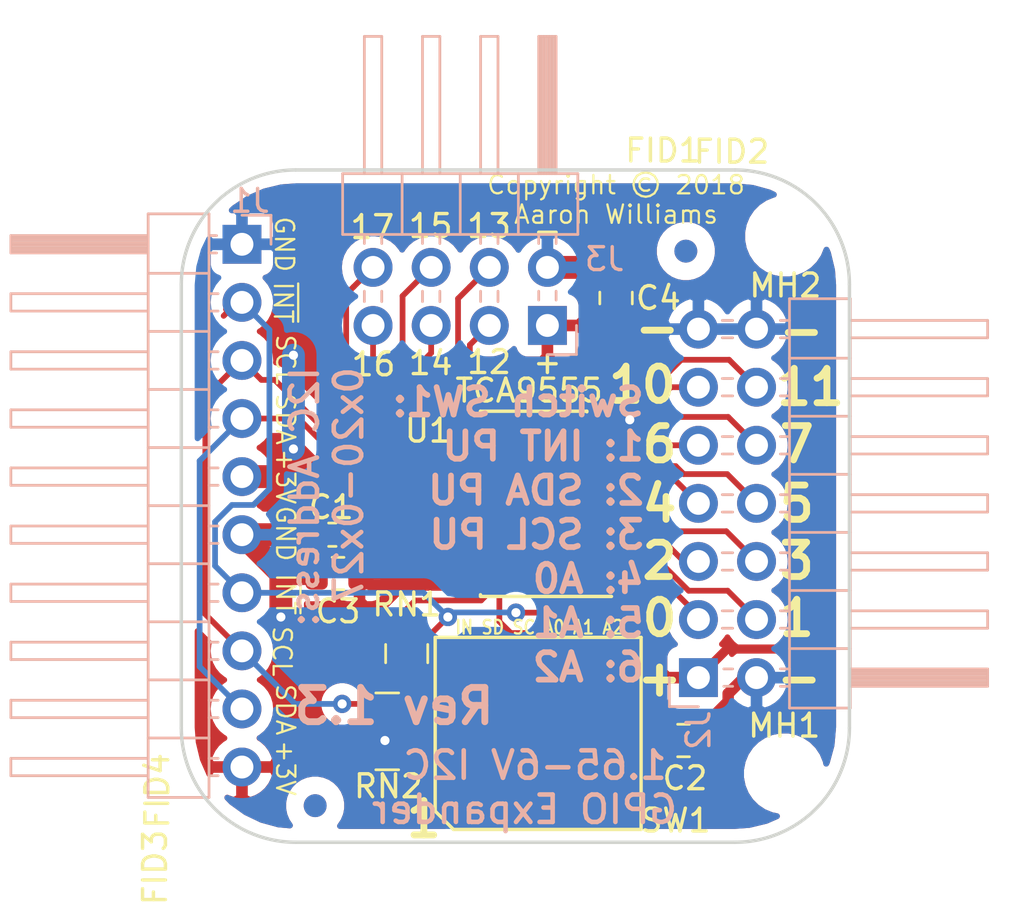
<source format=kicad_pcb>
(kicad_pcb (version 20171130) (host pcbnew 5.0.0-5.0.0)

  (general
    (thickness 1.6)
    (drawings 48)
    (tracks 211)
    (zones 0)
    (modules 17)
    (nets 28)
  )

  (page A4)
  (layers
    (0 F.Cu signal)
    (31 B.Cu signal)
    (32 B.Adhes user)
    (33 F.Adhes user)
    (34 B.Paste user)
    (35 F.Paste user)
    (36 B.SilkS user)
    (37 F.SilkS user)
    (38 B.Mask user)
    (39 F.Mask user)
    (40 Dwgs.User user)
    (41 Cmts.User user)
    (42 Eco1.User user)
    (43 Eco2.User user)
    (44 Edge.Cuts user)
    (45 Margin user)
    (46 B.CrtYd user)
    (47 F.CrtYd user)
    (48 B.Fab user)
    (49 F.Fab user)
  )

  (setup
    (last_trace_width 0.25)
    (user_trace_width 0.25)
    (user_trace_width 0.3)
    (user_trace_width 0.4)
    (user_trace_width 0.5)
    (user_trace_width 1)
    (trace_clearance 0.2)
    (zone_clearance 0.508)
    (zone_45_only yes)
    (trace_min 0.2)
    (segment_width 0.2)
    (edge_width 0.15)
    (via_size 0.8)
    (via_drill 0.4)
    (via_min_size 0.4)
    (via_min_drill 0.3)
    (uvia_size 0.3)
    (uvia_drill 0.1)
    (uvias_allowed no)
    (uvia_min_size 0.2)
    (uvia_min_drill 0.1)
    (pcb_text_width 0.3)
    (pcb_text_size 1.5 1.5)
    (mod_edge_width 0.15)
    (mod_text_size 1 1)
    (mod_text_width 0.15)
    (pad_size 2.5 2.5)
    (pad_drill 2.5)
    (pad_to_mask_clearance 0.0508)
    (aux_axis_origin 0 0)
    (visible_elements FFFFFF7F)
    (pcbplotparams
      (layerselection 0x010fc_ffffffff)
      (usegerberextensions false)
      (usegerberattributes false)
      (usegerberadvancedattributes false)
      (creategerberjobfile false)
      (excludeedgelayer true)
      (linewidth 0.100000)
      (plotframeref false)
      (viasonmask false)
      (mode 1)
      (useauxorigin false)
      (hpglpennumber 1)
      (hpglpenspeed 20)
      (hpglpendiameter 15.000000)
      (psnegative false)
      (psa4output false)
      (plotreference true)
      (plotvalue true)
      (plotinvisibletext false)
      (padsonsilk false)
      (subtractmaskfromsilk false)
      (outputformat 1)
      (mirror false)
      (drillshape 0)
      (scaleselection 1)
      (outputdirectory "Gerbers/"))
  )

  (net 0 "")
  (net 1 GND)
  (net 2 +3V3)
  (net 3 /P00)
  (net 4 /P01)
  (net 5 /P02)
  (net 6 /P03)
  (net 7 /P04)
  (net 8 /P05)
  (net 9 /P06)
  (net 10 /P07)
  (net 11 /P10)
  (net 12 /P11)
  (net 13 /P12)
  (net 14 /P13)
  (net 15 /P14)
  (net 16 /P15)
  (net 17 /P16)
  (net 18 /P17)
  (net 19 /~INT)
  (net 20 /SDA)
  (net 21 /SCL)
  (net 22 /A2)
  (net 23 /A1)
  (net 24 /A0)
  (net 25 /SCL_PU)
  (net 26 /~INT_PU)
  (net 27 /SDA_PU)

  (net_class Default "This is the default net class."
    (clearance 0.2)
    (trace_width 0.25)
    (via_dia 0.8)
    (via_drill 0.4)
    (uvia_dia 0.3)
    (uvia_drill 0.1)
    (add_net /A0)
    (add_net /A1)
    (add_net /A2)
    (add_net /P00)
    (add_net /P01)
    (add_net /P02)
    (add_net /P03)
    (add_net /P04)
    (add_net /P05)
    (add_net /P06)
    (add_net /P07)
    (add_net /P10)
    (add_net /P11)
    (add_net /P12)
    (add_net /P13)
    (add_net /P14)
    (add_net /P15)
    (add_net /P16)
    (add_net /P17)
    (add_net /SCL)
    (add_net /SCL_PU)
    (add_net /SDA)
    (add_net /SDA_PU)
    (add_net /~INT)
    (add_net /~INT_PU)
  )

  (net_class Power ""
    (clearance 0.2)
    (trace_width 0.5)
    (via_dia 0.8)
    (via_drill 0.4)
    (uvia_dia 0.3)
    (uvia_drill 0.1)
    (add_net +3V3)
    (add_net GND)
  )

  (module Package_SO:TSSOP-24_4.4x7.8mm_P0.65mm (layer F.Cu) (tedit 5A02F25C) (tstamp 5BC08C4A)
    (at 146 99.175 180)
    (descr "TSSOP24: plastic thin shrink small outline package; 24 leads; body width 4.4 mm; (see NXP SSOP-TSSOP-VSO-REFLOW.pdf and sot355-1_po.pdf)")
    (tags "SSOP 0.65")
    (path /5BA216B0)
    (attr smd)
    (fp_text reference U1 (at 4.625 3.175 180) (layer F.SilkS)
      (effects (font (size 1 1) (thickness 0.15)))
    )
    (fp_text value TCA9555DBT (at 0 4.95 180) (layer F.Fab)
      (effects (font (size 1 1) (thickness 0.15)))
    )
    (fp_text user %R (at 0 0 180) (layer F.Fab)
      (effects (font (size 0.8 0.8) (thickness 0.15)))
    )
    (fp_line (start -2.325 4.025) (end 2.325 4.025) (layer F.SilkS) (width 0.15))
    (fp_line (start -3.4 -4.075) (end 2.325 -4.075) (layer F.SilkS) (width 0.15))
    (fp_line (start -2.325 4.025) (end -2.325 4) (layer F.SilkS) (width 0.15))
    (fp_line (start 2.325 4.025) (end 2.325 4) (layer F.SilkS) (width 0.15))
    (fp_line (start 2.325 -4.025) (end 2.325 -4) (layer F.SilkS) (width 0.15))
    (fp_line (start -3.65 4.2) (end 3.65 4.2) (layer F.CrtYd) (width 0.05))
    (fp_line (start -3.65 -4.2) (end 3.65 -4.2) (layer F.CrtYd) (width 0.05))
    (fp_line (start 3.65 -4.2) (end 3.65 4.2) (layer F.CrtYd) (width 0.05))
    (fp_line (start -3.65 -4.2) (end -3.65 4.2) (layer F.CrtYd) (width 0.05))
    (fp_line (start -2.2 -2.9) (end -1.2 -3.9) (layer F.Fab) (width 0.15))
    (fp_line (start -2.2 3.9) (end -2.2 -2.9) (layer F.Fab) (width 0.15))
    (fp_line (start 2.2 3.9) (end -2.2 3.9) (layer F.Fab) (width 0.15))
    (fp_line (start 2.2 -3.9) (end 2.2 3.9) (layer F.Fab) (width 0.15))
    (fp_line (start -1.2 -3.9) (end 2.2 -3.9) (layer F.Fab) (width 0.15))
    (pad 24 smd rect (at 2.85 -3.575 180) (size 1.1 0.4) (layers F.Cu F.Paste F.Mask)
      (net 2 +3V3))
    (pad 23 smd rect (at 2.85 -2.925 180) (size 1.1 0.4) (layers F.Cu F.Paste F.Mask)
      (net 20 /SDA))
    (pad 22 smd rect (at 2.85 -2.275 180) (size 1.1 0.4) (layers F.Cu F.Paste F.Mask)
      (net 21 /SCL))
    (pad 21 smd rect (at 2.85 -1.625 180) (size 1.1 0.4) (layers F.Cu F.Paste F.Mask)
      (net 24 /A0))
    (pad 20 smd rect (at 2.85 -0.975 180) (size 1.1 0.4) (layers F.Cu F.Paste F.Mask)
      (net 18 /P17))
    (pad 19 smd rect (at 2.85 -0.325 180) (size 1.1 0.4) (layers F.Cu F.Paste F.Mask)
      (net 17 /P16))
    (pad 18 smd rect (at 2.85 0.325 180) (size 1.1 0.4) (layers F.Cu F.Paste F.Mask)
      (net 16 /P15))
    (pad 17 smd rect (at 2.85 0.975 180) (size 1.1 0.4) (layers F.Cu F.Paste F.Mask)
      (net 15 /P14))
    (pad 16 smd rect (at 2.85 1.625 180) (size 1.1 0.4) (layers F.Cu F.Paste F.Mask)
      (net 14 /P13))
    (pad 15 smd rect (at 2.85 2.275 180) (size 1.1 0.4) (layers F.Cu F.Paste F.Mask)
      (net 13 /P12))
    (pad 14 smd rect (at 2.85 2.925 180) (size 1.1 0.4) (layers F.Cu F.Paste F.Mask)
      (net 12 /P11))
    (pad 13 smd rect (at 2.85 3.575 180) (size 1.1 0.4) (layers F.Cu F.Paste F.Mask)
      (net 11 /P10))
    (pad 12 smd rect (at -2.85 3.575 180) (size 1.1 0.4) (layers F.Cu F.Paste F.Mask)
      (net 1 GND))
    (pad 11 smd rect (at -2.85 2.925 180) (size 1.1 0.4) (layers F.Cu F.Paste F.Mask)
      (net 10 /P07))
    (pad 10 smd rect (at -2.85 2.275 180) (size 1.1 0.4) (layers F.Cu F.Paste F.Mask)
      (net 9 /P06))
    (pad 9 smd rect (at -2.85 1.625 180) (size 1.1 0.4) (layers F.Cu F.Paste F.Mask)
      (net 8 /P05))
    (pad 8 smd rect (at -2.85 0.975 180) (size 1.1 0.4) (layers F.Cu F.Paste F.Mask)
      (net 7 /P04))
    (pad 7 smd rect (at -2.85 0.325 180) (size 1.1 0.4) (layers F.Cu F.Paste F.Mask)
      (net 6 /P03))
    (pad 6 smd rect (at -2.85 -0.325 180) (size 1.1 0.4) (layers F.Cu F.Paste F.Mask)
      (net 5 /P02))
    (pad 5 smd rect (at -2.85 -0.975 180) (size 1.1 0.4) (layers F.Cu F.Paste F.Mask)
      (net 4 /P01))
    (pad 4 smd rect (at -2.85 -1.625 180) (size 1.1 0.4) (layers F.Cu F.Paste F.Mask)
      (net 3 /P00))
    (pad 3 smd rect (at -2.85 -2.275 180) (size 1.1 0.4) (layers F.Cu F.Paste F.Mask)
      (net 22 /A2))
    (pad 2 smd rect (at -2.85 -2.925 180) (size 1.1 0.4) (layers F.Cu F.Paste F.Mask)
      (net 23 /A1))
    (pad 1 smd rect (at -2.85 -3.575 180) (size 1.1 0.4) (layers F.Cu F.Paste F.Mask)
      (net 19 /~INT))
    (model ${KISYS3DMOD}/Package_SO.3dshapes/TSSOP-24_4.4x7.8mm_P0.65mm.wrl
      (at (xyz 0 0 0))
      (scale (xyz 1 1 1))
      (rotate (xyz 0 0 0))
    )
  )

  (module Resistor_SMD:R_Array_Concave_2x0603 (layer F.Cu) (tedit 58E0A851) (tstamp 5BBAE299)
    (at 140.45 105.75 270)
    (descr "Thick Film Chip Resistor Array, Wave soldering, Vishay CRA06P (see cra06p.pdf)")
    (tags "resistor array")
    (path /5BBC208F)
    (attr smd)
    (fp_text reference RN1 (at -2.15 0) (layer F.SilkS)
      (effects (font (size 1 1) (thickness 0.15)))
    )
    (fp_text value R_Pack02 (at 0 1.85 270) (layer F.Fab)
      (effects (font (size 1 1) (thickness 0.15)))
    )
    (fp_line (start 1.55 1.05) (end -1.55 1.05) (layer F.CrtYd) (width 0.05))
    (fp_line (start 1.55 1.05) (end 1.55 -1.05) (layer F.CrtYd) (width 0.05))
    (fp_line (start -1.55 -1.05) (end -1.55 1.05) (layer F.CrtYd) (width 0.05))
    (fp_line (start -1.55 -1.05) (end 1.55 -1.05) (layer F.CrtYd) (width 0.05))
    (fp_line (start 0.4 -0.92) (end -0.4 -0.92) (layer F.SilkS) (width 0.12))
    (fp_line (start 0.4 0.92) (end -0.4 0.92) (layer F.SilkS) (width 0.12))
    (fp_line (start -0.8 0.8) (end -0.8 -0.8) (layer F.Fab) (width 0.1))
    (fp_line (start 0.8 0.8) (end -0.8 0.8) (layer F.Fab) (width 0.1))
    (fp_line (start 0.8 -0.8) (end 0.8 0.8) (layer F.Fab) (width 0.1))
    (fp_line (start -0.8 -0.8) (end 0.8 -0.8) (layer F.Fab) (width 0.1))
    (fp_text user %R (at 0 -1.75 270) (layer F.Fab)
      (effects (font (size 1 1) (thickness 0.15)))
    )
    (pad 4 smd rect (at 0.85 -0.4 270) (size 0.9 0.4) (layers F.Cu F.Paste F.Mask)
      (net 26 /~INT_PU))
    (pad 3 smd rect (at 0.85 0.4 270) (size 0.9 0.4) (layers F.Cu F.Paste F.Mask)
      (net 27 /SDA_PU))
    (pad 2 smd rect (at -0.85 0.4 270) (size 0.9 0.4) (layers F.Cu F.Paste F.Mask)
      (net 20 /SDA))
    (pad 1 smd rect (at -0.85 -0.4 270) (size 0.9 0.4) (layers F.Cu F.Paste F.Mask)
      (net 19 /~INT))
    (model ${KISYS3DMOD}/Resistor_SMD.3dshapes/R_Array_Concave_2x0603.wrl
      (at (xyz 0 0 0))
      (scale (xyz 1 1 1))
      (rotate (xyz 0 0 0))
    )
  )

  (module MountingHole:MountingHole_2.5mm (layer F.Cu) (tedit 56D1B4CB) (tstamp 5BBBA4FD)
    (at 156.95 111)
    (descr "Mounting Hole 2.5mm, no annular")
    (tags "mounting hole 2.5mm no annular")
    (path /5BB8F6EA)
    (attr virtual)
    (fp_text reference MH1 (at 0 -2.1) (layer F.SilkS)
      (effects (font (size 1 1) (thickness 0.15)))
    )
    (fp_text value MountingHole (at 0 3.5) (layer F.Fab)
      (effects (font (size 1 1) (thickness 0.15)))
    )
    (fp_circle (center 0 0) (end 2.75 0) (layer F.CrtYd) (width 0.05))
    (fp_circle (center 0 0) (end 2.5 0) (layer Cmts.User) (width 0.15))
    (fp_text user %R (at 0.3 0) (layer F.Fab)
      (effects (font (size 1 1) (thickness 0.15)))
    )
    (pad 1 np_thru_hole circle (at 0 0) (size 2.5 2.5) (drill 2.5) (layers *.Cu *.Mask))
  )

  (module MountingHole:MountingHole_2.5mm (layer F.Cu) (tedit 56D1B4CB) (tstamp 5BBBA4F5)
    (at 157 87.5)
    (descr "Mounting Hole 2.5mm, no annular")
    (tags "mounting hole 2.5mm no annular")
    (path /5BB8C115)
    (attr virtual)
    (fp_text reference MH2 (at 0 2.15 180) (layer F.SilkS)
      (effects (font (size 1 1) (thickness 0.15)))
    )
    (fp_text value MountingHole (at 0 3.5) (layer F.Fab)
      (effects (font (size 1 1) (thickness 0.15)))
    )
    (fp_circle (center 0 0) (end 2.75 0) (layer F.CrtYd) (width 0.05))
    (fp_circle (center 0 0) (end 2.5 0) (layer Cmts.User) (width 0.15))
    (fp_text user %R (at 0.3 0) (layer F.Fab)
      (effects (font (size 1 1) (thickness 0.15)))
    )
    (pad 1 np_thru_hole circle (at 0 0) (size 2.5 2.5) (drill 2.5) (layers *.Cu *.Mask))
  )

  (module Pin_Headers:Pin_Header_Angled_1x10_Pitch2.54mm (layer B.Cu) (tedit 59650532) (tstamp 5BBAC98E)
    (at 133.25 87.85 180)
    (descr "Through hole angled pin header, 1x10, 2.54mm pitch, 6mm pin length, single row")
    (tags "Through hole angled pin header THT 1x10 2.54mm single row")
    (path /5BB62464)
    (fp_text reference J1 (at -0.35 1.9 180) (layer B.SilkS)
      (effects (font (size 1 1) (thickness 0.15)) (justify mirror))
    )
    (fp_text value Conn_01x10 (at 4.385 -25.13 180) (layer B.Fab)
      (effects (font (size 1 1) (thickness 0.15)) (justify mirror))
    )
    (fp_text user %R (at 2.77 -11.43 90) (layer B.Fab)
      (effects (font (size 1 1) (thickness 0.15)) (justify mirror))
    )
    (fp_line (start 10.55 1.8) (end -1.8 1.8) (layer B.CrtYd) (width 0.05))
    (fp_line (start 10.55 -24.65) (end 10.55 1.8) (layer B.CrtYd) (width 0.05))
    (fp_line (start -1.8 -24.65) (end 10.55 -24.65) (layer B.CrtYd) (width 0.05))
    (fp_line (start -1.8 1.8) (end -1.8 -24.65) (layer B.CrtYd) (width 0.05))
    (fp_line (start -1.27 1.27) (end 0 1.27) (layer B.SilkS) (width 0.12))
    (fp_line (start -1.27 0) (end -1.27 1.27) (layer B.SilkS) (width 0.12))
    (fp_line (start 1.042929 -23.24) (end 1.44 -23.24) (layer B.SilkS) (width 0.12))
    (fp_line (start 1.042929 -22.48) (end 1.44 -22.48) (layer B.SilkS) (width 0.12))
    (fp_line (start 10.1 -23.24) (end 4.1 -23.24) (layer B.SilkS) (width 0.12))
    (fp_line (start 10.1 -22.48) (end 10.1 -23.24) (layer B.SilkS) (width 0.12))
    (fp_line (start 4.1 -22.48) (end 10.1 -22.48) (layer B.SilkS) (width 0.12))
    (fp_line (start 1.44 -21.59) (end 4.1 -21.59) (layer B.SilkS) (width 0.12))
    (fp_line (start 1.042929 -20.7) (end 1.44 -20.7) (layer B.SilkS) (width 0.12))
    (fp_line (start 1.042929 -19.94) (end 1.44 -19.94) (layer B.SilkS) (width 0.12))
    (fp_line (start 10.1 -20.7) (end 4.1 -20.7) (layer B.SilkS) (width 0.12))
    (fp_line (start 10.1 -19.94) (end 10.1 -20.7) (layer B.SilkS) (width 0.12))
    (fp_line (start 4.1 -19.94) (end 10.1 -19.94) (layer B.SilkS) (width 0.12))
    (fp_line (start 1.44 -19.05) (end 4.1 -19.05) (layer B.SilkS) (width 0.12))
    (fp_line (start 1.042929 -18.16) (end 1.44 -18.16) (layer B.SilkS) (width 0.12))
    (fp_line (start 1.042929 -17.4) (end 1.44 -17.4) (layer B.SilkS) (width 0.12))
    (fp_line (start 10.1 -18.16) (end 4.1 -18.16) (layer B.SilkS) (width 0.12))
    (fp_line (start 10.1 -17.4) (end 10.1 -18.16) (layer B.SilkS) (width 0.12))
    (fp_line (start 4.1 -17.4) (end 10.1 -17.4) (layer B.SilkS) (width 0.12))
    (fp_line (start 1.44 -16.51) (end 4.1 -16.51) (layer B.SilkS) (width 0.12))
    (fp_line (start 1.042929 -15.62) (end 1.44 -15.62) (layer B.SilkS) (width 0.12))
    (fp_line (start 1.042929 -14.86) (end 1.44 -14.86) (layer B.SilkS) (width 0.12))
    (fp_line (start 10.1 -15.62) (end 4.1 -15.62) (layer B.SilkS) (width 0.12))
    (fp_line (start 10.1 -14.86) (end 10.1 -15.62) (layer B.SilkS) (width 0.12))
    (fp_line (start 4.1 -14.86) (end 10.1 -14.86) (layer B.SilkS) (width 0.12))
    (fp_line (start 1.44 -13.97) (end 4.1 -13.97) (layer B.SilkS) (width 0.12))
    (fp_line (start 1.042929 -13.08) (end 1.44 -13.08) (layer B.SilkS) (width 0.12))
    (fp_line (start 1.042929 -12.32) (end 1.44 -12.32) (layer B.SilkS) (width 0.12))
    (fp_line (start 10.1 -13.08) (end 4.1 -13.08) (layer B.SilkS) (width 0.12))
    (fp_line (start 10.1 -12.32) (end 10.1 -13.08) (layer B.SilkS) (width 0.12))
    (fp_line (start 4.1 -12.32) (end 10.1 -12.32) (layer B.SilkS) (width 0.12))
    (fp_line (start 1.44 -11.43) (end 4.1 -11.43) (layer B.SilkS) (width 0.12))
    (fp_line (start 1.042929 -10.54) (end 1.44 -10.54) (layer B.SilkS) (width 0.12))
    (fp_line (start 1.042929 -9.78) (end 1.44 -9.78) (layer B.SilkS) (width 0.12))
    (fp_line (start 10.1 -10.54) (end 4.1 -10.54) (layer B.SilkS) (width 0.12))
    (fp_line (start 10.1 -9.78) (end 10.1 -10.54) (layer B.SilkS) (width 0.12))
    (fp_line (start 4.1 -9.78) (end 10.1 -9.78) (layer B.SilkS) (width 0.12))
    (fp_line (start 1.44 -8.89) (end 4.1 -8.89) (layer B.SilkS) (width 0.12))
    (fp_line (start 1.042929 -8) (end 1.44 -8) (layer B.SilkS) (width 0.12))
    (fp_line (start 1.042929 -7.24) (end 1.44 -7.24) (layer B.SilkS) (width 0.12))
    (fp_line (start 10.1 -8) (end 4.1 -8) (layer B.SilkS) (width 0.12))
    (fp_line (start 10.1 -7.24) (end 10.1 -8) (layer B.SilkS) (width 0.12))
    (fp_line (start 4.1 -7.24) (end 10.1 -7.24) (layer B.SilkS) (width 0.12))
    (fp_line (start 1.44 -6.35) (end 4.1 -6.35) (layer B.SilkS) (width 0.12))
    (fp_line (start 1.042929 -5.46) (end 1.44 -5.46) (layer B.SilkS) (width 0.12))
    (fp_line (start 1.042929 -4.7) (end 1.44 -4.7) (layer B.SilkS) (width 0.12))
    (fp_line (start 10.1 -5.46) (end 4.1 -5.46) (layer B.SilkS) (width 0.12))
    (fp_line (start 10.1 -4.7) (end 10.1 -5.46) (layer B.SilkS) (width 0.12))
    (fp_line (start 4.1 -4.7) (end 10.1 -4.7) (layer B.SilkS) (width 0.12))
    (fp_line (start 1.44 -3.81) (end 4.1 -3.81) (layer B.SilkS) (width 0.12))
    (fp_line (start 1.042929 -2.92) (end 1.44 -2.92) (layer B.SilkS) (width 0.12))
    (fp_line (start 1.042929 -2.16) (end 1.44 -2.16) (layer B.SilkS) (width 0.12))
    (fp_line (start 10.1 -2.92) (end 4.1 -2.92) (layer B.SilkS) (width 0.12))
    (fp_line (start 10.1 -2.16) (end 10.1 -2.92) (layer B.SilkS) (width 0.12))
    (fp_line (start 4.1 -2.16) (end 10.1 -2.16) (layer B.SilkS) (width 0.12))
    (fp_line (start 1.44 -1.27) (end 4.1 -1.27) (layer B.SilkS) (width 0.12))
    (fp_line (start 1.11 -0.38) (end 1.44 -0.38) (layer B.SilkS) (width 0.12))
    (fp_line (start 1.11 0.38) (end 1.44 0.38) (layer B.SilkS) (width 0.12))
    (fp_line (start 4.1 -0.28) (end 10.1 -0.28) (layer B.SilkS) (width 0.12))
    (fp_line (start 4.1 -0.16) (end 10.1 -0.16) (layer B.SilkS) (width 0.12))
    (fp_line (start 4.1 -0.04) (end 10.1 -0.04) (layer B.SilkS) (width 0.12))
    (fp_line (start 4.1 0.08) (end 10.1 0.08) (layer B.SilkS) (width 0.12))
    (fp_line (start 4.1 0.2) (end 10.1 0.2) (layer B.SilkS) (width 0.12))
    (fp_line (start 4.1 0.32) (end 10.1 0.32) (layer B.SilkS) (width 0.12))
    (fp_line (start 10.1 -0.38) (end 4.1 -0.38) (layer B.SilkS) (width 0.12))
    (fp_line (start 10.1 0.38) (end 10.1 -0.38) (layer B.SilkS) (width 0.12))
    (fp_line (start 4.1 0.38) (end 10.1 0.38) (layer B.SilkS) (width 0.12))
    (fp_line (start 4.1 1.33) (end 1.44 1.33) (layer B.SilkS) (width 0.12))
    (fp_line (start 4.1 -24.19) (end 4.1 1.33) (layer B.SilkS) (width 0.12))
    (fp_line (start 1.44 -24.19) (end 4.1 -24.19) (layer B.SilkS) (width 0.12))
    (fp_line (start 1.44 1.33) (end 1.44 -24.19) (layer B.SilkS) (width 0.12))
    (fp_line (start 4.04 -23.18) (end 10.04 -23.18) (layer B.Fab) (width 0.1))
    (fp_line (start 10.04 -22.54) (end 10.04 -23.18) (layer B.Fab) (width 0.1))
    (fp_line (start 4.04 -22.54) (end 10.04 -22.54) (layer B.Fab) (width 0.1))
    (fp_line (start -0.32 -23.18) (end 1.5 -23.18) (layer B.Fab) (width 0.1))
    (fp_line (start -0.32 -22.54) (end -0.32 -23.18) (layer B.Fab) (width 0.1))
    (fp_line (start -0.32 -22.54) (end 1.5 -22.54) (layer B.Fab) (width 0.1))
    (fp_line (start 4.04 -20.64) (end 10.04 -20.64) (layer B.Fab) (width 0.1))
    (fp_line (start 10.04 -20) (end 10.04 -20.64) (layer B.Fab) (width 0.1))
    (fp_line (start 4.04 -20) (end 10.04 -20) (layer B.Fab) (width 0.1))
    (fp_line (start -0.32 -20.64) (end 1.5 -20.64) (layer B.Fab) (width 0.1))
    (fp_line (start -0.32 -20) (end -0.32 -20.64) (layer B.Fab) (width 0.1))
    (fp_line (start -0.32 -20) (end 1.5 -20) (layer B.Fab) (width 0.1))
    (fp_line (start 4.04 -18.1) (end 10.04 -18.1) (layer B.Fab) (width 0.1))
    (fp_line (start 10.04 -17.46) (end 10.04 -18.1) (layer B.Fab) (width 0.1))
    (fp_line (start 4.04 -17.46) (end 10.04 -17.46) (layer B.Fab) (width 0.1))
    (fp_line (start -0.32 -18.1) (end 1.5 -18.1) (layer B.Fab) (width 0.1))
    (fp_line (start -0.32 -17.46) (end -0.32 -18.1) (layer B.Fab) (width 0.1))
    (fp_line (start -0.32 -17.46) (end 1.5 -17.46) (layer B.Fab) (width 0.1))
    (fp_line (start 4.04 -15.56) (end 10.04 -15.56) (layer B.Fab) (width 0.1))
    (fp_line (start 10.04 -14.92) (end 10.04 -15.56) (layer B.Fab) (width 0.1))
    (fp_line (start 4.04 -14.92) (end 10.04 -14.92) (layer B.Fab) (width 0.1))
    (fp_line (start -0.32 -15.56) (end 1.5 -15.56) (layer B.Fab) (width 0.1))
    (fp_line (start -0.32 -14.92) (end -0.32 -15.56) (layer B.Fab) (width 0.1))
    (fp_line (start -0.32 -14.92) (end 1.5 -14.92) (layer B.Fab) (width 0.1))
    (fp_line (start 4.04 -13.02) (end 10.04 -13.02) (layer B.Fab) (width 0.1))
    (fp_line (start 10.04 -12.38) (end 10.04 -13.02) (layer B.Fab) (width 0.1))
    (fp_line (start 4.04 -12.38) (end 10.04 -12.38) (layer B.Fab) (width 0.1))
    (fp_line (start -0.32 -13.02) (end 1.5 -13.02) (layer B.Fab) (width 0.1))
    (fp_line (start -0.32 -12.38) (end -0.32 -13.02) (layer B.Fab) (width 0.1))
    (fp_line (start -0.32 -12.38) (end 1.5 -12.38) (layer B.Fab) (width 0.1))
    (fp_line (start 4.04 -10.48) (end 10.04 -10.48) (layer B.Fab) (width 0.1))
    (fp_line (start 10.04 -9.84) (end 10.04 -10.48) (layer B.Fab) (width 0.1))
    (fp_line (start 4.04 -9.84) (end 10.04 -9.84) (layer B.Fab) (width 0.1))
    (fp_line (start -0.32 -10.48) (end 1.5 -10.48) (layer B.Fab) (width 0.1))
    (fp_line (start -0.32 -9.84) (end -0.32 -10.48) (layer B.Fab) (width 0.1))
    (fp_line (start -0.32 -9.84) (end 1.5 -9.84) (layer B.Fab) (width 0.1))
    (fp_line (start 4.04 -7.94) (end 10.04 -7.94) (layer B.Fab) (width 0.1))
    (fp_line (start 10.04 -7.3) (end 10.04 -7.94) (layer B.Fab) (width 0.1))
    (fp_line (start 4.04 -7.3) (end 10.04 -7.3) (layer B.Fab) (width 0.1))
    (fp_line (start -0.32 -7.94) (end 1.5 -7.94) (layer B.Fab) (width 0.1))
    (fp_line (start -0.32 -7.3) (end -0.32 -7.94) (layer B.Fab) (width 0.1))
    (fp_line (start -0.32 -7.3) (end 1.5 -7.3) (layer B.Fab) (width 0.1))
    (fp_line (start 4.04 -5.4) (end 10.04 -5.4) (layer B.Fab) (width 0.1))
    (fp_line (start 10.04 -4.76) (end 10.04 -5.4) (layer B.Fab) (width 0.1))
    (fp_line (start 4.04 -4.76) (end 10.04 -4.76) (layer B.Fab) (width 0.1))
    (fp_line (start -0.32 -5.4) (end 1.5 -5.4) (layer B.Fab) (width 0.1))
    (fp_line (start -0.32 -4.76) (end -0.32 -5.4) (layer B.Fab) (width 0.1))
    (fp_line (start -0.32 -4.76) (end 1.5 -4.76) (layer B.Fab) (width 0.1))
    (fp_line (start 4.04 -2.86) (end 10.04 -2.86) (layer B.Fab) (width 0.1))
    (fp_line (start 10.04 -2.22) (end 10.04 -2.86) (layer B.Fab) (width 0.1))
    (fp_line (start 4.04 -2.22) (end 10.04 -2.22) (layer B.Fab) (width 0.1))
    (fp_line (start -0.32 -2.86) (end 1.5 -2.86) (layer B.Fab) (width 0.1))
    (fp_line (start -0.32 -2.22) (end -0.32 -2.86) (layer B.Fab) (width 0.1))
    (fp_line (start -0.32 -2.22) (end 1.5 -2.22) (layer B.Fab) (width 0.1))
    (fp_line (start 4.04 -0.32) (end 10.04 -0.32) (layer B.Fab) (width 0.1))
    (fp_line (start 10.04 0.32) (end 10.04 -0.32) (layer B.Fab) (width 0.1))
    (fp_line (start 4.04 0.32) (end 10.04 0.32) (layer B.Fab) (width 0.1))
    (fp_line (start -0.32 -0.32) (end 1.5 -0.32) (layer B.Fab) (width 0.1))
    (fp_line (start -0.32 0.32) (end -0.32 -0.32) (layer B.Fab) (width 0.1))
    (fp_line (start -0.32 0.32) (end 1.5 0.32) (layer B.Fab) (width 0.1))
    (fp_line (start 1.5 0.635) (end 2.135 1.27) (layer B.Fab) (width 0.1))
    (fp_line (start 1.5 -24.13) (end 1.5 0.635) (layer B.Fab) (width 0.1))
    (fp_line (start 4.04 -24.13) (end 1.5 -24.13) (layer B.Fab) (width 0.1))
    (fp_line (start 4.04 1.27) (end 4.04 -24.13) (layer B.Fab) (width 0.1))
    (fp_line (start 2.135 1.27) (end 4.04 1.27) (layer B.Fab) (width 0.1))
    (pad 10 thru_hole oval (at 0 -22.86 180) (size 1.7 1.7) (drill 1) (layers *.Cu *.Mask)
      (net 2 +3V3))
    (pad 9 thru_hole oval (at 0 -20.32 180) (size 1.7 1.7) (drill 1) (layers *.Cu *.Mask)
      (net 20 /SDA))
    (pad 8 thru_hole oval (at 0 -17.78 180) (size 1.7 1.7) (drill 1) (layers *.Cu *.Mask)
      (net 21 /SCL))
    (pad 7 thru_hole oval (at 0 -15.24 180) (size 1.7 1.7) (drill 1) (layers *.Cu *.Mask)
      (net 19 /~INT))
    (pad 6 thru_hole oval (at 0 -12.7 180) (size 1.7 1.7) (drill 1) (layers *.Cu *.Mask)
      (net 1 GND))
    (pad 5 thru_hole oval (at 0 -10.16 180) (size 1.7 1.7) (drill 1) (layers *.Cu *.Mask)
      (net 2 +3V3))
    (pad 4 thru_hole oval (at 0 -7.62 180) (size 1.7 1.7) (drill 1) (layers *.Cu *.Mask)
      (net 20 /SDA))
    (pad 3 thru_hole oval (at 0 -5.08 180) (size 1.7 1.7) (drill 1) (layers *.Cu *.Mask)
      (net 21 /SCL))
    (pad 2 thru_hole oval (at 0 -2.54 180) (size 1.7 1.7) (drill 1) (layers *.Cu *.Mask)
      (net 19 /~INT))
    (pad 1 thru_hole rect (at 0 0 180) (size 1.7 1.7) (drill 1) (layers *.Cu *.Mask)
      (net 1 GND))
    (model ${KIGIT3DMOD}/Pin_Headers.3dshapes/Pin_Header_Angled_1x10_Pitch2.54mm.wrl
      (at (xyz 0 0 0))
      (scale (xyz 1 1 1))
      (rotate (xyz 0 0 0))
    )
  )

  (module Fiducial:Fiducial_1mm_Dia_2.54mm_Outer_CopperTop (layer F.Cu) (tedit 0) (tstamp 5BBBC520)
    (at 136.45 112.4)
    (descr "Circular Fiducial, 1mm bare copper top; 2.54mm keepout")
    (tags marker)
    (path /5BB61F40)
    (attr virtual)
    (fp_text reference FID4 (at -6.9 -0.65 90) (layer F.SilkS)
      (effects (font (size 1 1) (thickness 0.15)))
    )
    (fp_text value FIDUCIAL_1MM (at 0 -1.8) (layer F.Fab)
      (effects (font (size 1 1) (thickness 0.15)))
    )
    (fp_circle (center 0 0) (end 1.55 0) (layer F.CrtYd) (width 0.05))
    (pad ~ smd circle (at 0 0) (size 1 1) (layers F.Cu F.Mask)
      (solder_mask_margin 0.77) (clearance 0.77))
  )

  (module Fiducial:Fiducial_1mm_Dia_2.54mm_Outer_CopperBottom (layer F.Cu) (tedit 0) (tstamp 5BB7A221)
    (at 136.45 112.4)
    (descr "Circular Fiducial, 1mm bare copper bottom; 2.54mm keepout")
    (tags marker)
    (path /5BB61DDE)
    (attr virtual)
    (fp_text reference FID3 (at -7 2.7 90) (layer F.SilkS)
      (effects (font (size 1 1) (thickness 0.15)))
    )
    (fp_text value FIDUCIAL_1MM (at 0 -1.8) (layer F.Fab)
      (effects (font (size 1 1) (thickness 0.15)))
    )
    (fp_circle (center 0 0) (end 1.55 0) (layer B.CrtYd) (width 0.05))
    (pad ~ smd circle (at 0 0) (size 1 1) (layers B.Cu B.Mask)
      (solder_mask_margin 0.77) (clearance 0.77))
  )

  (module Fiducial:Fiducial_1mm_Dia_2.54mm_Outer_CopperBottom (layer F.Cu) (tedit 0) (tstamp 5BB772EE)
    (at 152.65 88.15)
    (descr "Circular Fiducial, 1mm bare copper bottom; 2.54mm keepout")
    (tags marker)
    (path /5BB5BD3A)
    (attr virtual)
    (fp_text reference FID2 (at 2 -4.35) (layer F.SilkS)
      (effects (font (size 1 1) (thickness 0.15)))
    )
    (fp_text value FIDUCIAL_1MM (at 0 -1.8) (layer F.Fab)
      (effects (font (size 1 1) (thickness 0.15)))
    )
    (fp_circle (center 0 0) (end 1.55 0) (layer B.CrtYd) (width 0.05))
    (pad ~ smd circle (at 0 0) (size 1 1) (layers B.Cu B.Mask)
      (solder_mask_margin 0.77) (clearance 0.77))
  )

  (module Fiducial:Fiducial_1mm_Dia_2.54mm_Outer_CopperTop (layer F.Cu) (tedit 0) (tstamp 5BB772E9)
    (at 152.65 88.15)
    (descr "Circular Fiducial, 1mm bare copper top; 2.54mm keepout")
    (tags marker)
    (path /5BB5BAAB)
    (attr virtual)
    (fp_text reference FID1 (at -1 -4.4) (layer F.SilkS)
      (effects (font (size 1 1) (thickness 0.15)))
    )
    (fp_text value FIDUCIAL_1MM (at 0 -1.8) (layer F.Fab)
      (effects (font (size 1 1) (thickness 0.15)))
    )
    (fp_circle (center 0 0) (end 1.55 0) (layer F.CrtYd) (width 0.05))
    (pad ~ smd circle (at 0 0) (size 1 1) (layers F.Cu F.Mask)
      (solder_mask_margin 0.77) (clearance 0.77))
  )

  (module Aaron:SW_DIP_SPSTx06_Slide_GrayHill_97C06_W4.5mm_P1.27mm (layer F.Cu) (tedit 5BBA810F) (tstamp 5BB40264)
    (at 146.195 109.24)
    (descr http://www.grayhill.com/assets/1/7/DIP_Series_97.pdf)
    (tags "dip switch GrayHill")
    (path /5BC21FF9)
    (attr smd)
    (fp_text reference SW1 (at 6.005 3.81 180) (layer F.SilkS)
      (effects (font (size 1 1) (thickness 0.15)))
    )
    (fp_text value SW_DIP_x06 (at 0 0) (layer F.Fab)
      (effects (font (size 1 1) (thickness 0.15)))
    )
    (fp_line (start -3.7 4.2) (end -4.5 3.4) (layer F.SilkS) (width 0.15))
    (fp_line (start -4.5 3.4) (end -4.5 -4.2) (layer F.SilkS) (width 0.15))
    (fp_line (start -4.5 -4.2) (end 4.5 -4.2) (layer F.SilkS) (width 0.15))
    (fp_line (start 4.5 -4.2) (end 4.5 4.2) (layer F.SilkS) (width 0.15))
    (fp_line (start 4.5 4.2) (end -3.7 4.2) (layer F.SilkS) (width 0.15))
    (fp_line (start -4.65 -4.35) (end 4.65 -4.35) (layer F.CrtYd) (width 0.05))
    (fp_line (start 4.65 -4.35) (end 4.65 4.35) (layer F.CrtYd) (width 0.05))
    (fp_line (start 4.65 4.35) (end -4.65 4.35) (layer F.CrtYd) (width 0.05))
    (fp_line (start -4.65 4.35) (end -4.65 -4.35) (layer F.CrtYd) (width 0.05))
    (fp_line (start -4.4 -2.25) (end 4.4 -2.25) (layer F.Fab) (width 0.12))
    (fp_line (start 4.4 -2.25) (end 4.4 2.25) (layer F.Fab) (width 0.12))
    (fp_line (start 4.4 2.25) (end -4.4 2.25) (layer F.Fab) (width 0.12))
    (fp_line (start -4.4 2.25) (end -4.4 -2.25) (layer F.Fab) (width 0.12))
    (pad 12 smd rect (at -3.175 -3.075) (size 0.76 1.25) (layers F.Cu F.Paste F.Mask)
      (net 26 /~INT_PU))
    (pad 1 smd rect (at -3.175 3.075) (size 0.76 1.25) (layers F.Cu F.Paste F.Mask)
      (net 2 +3V3))
    (pad 11 smd rect (at -1.905 -3.075) (size 0.76 1.25) (layers F.Cu F.Paste F.Mask)
      (net 27 /SDA_PU))
    (pad 2 smd rect (at -1.905 3.075) (size 0.76 1.25) (layers F.Cu F.Paste F.Mask)
      (net 2 +3V3))
    (pad 10 smd rect (at -0.635 -3.075) (size 0.76 1.25) (layers F.Cu F.Paste F.Mask)
      (net 25 /SCL_PU))
    (pad 3 smd rect (at -0.635 3.075) (size 0.76 1.25) (layers F.Cu F.Paste F.Mask)
      (net 2 +3V3))
    (pad 9 smd rect (at 0.635 -3.075) (size 0.76 1.25) (layers F.Cu F.Paste F.Mask)
      (net 24 /A0))
    (pad 4 smd rect (at 0.635 3.075) (size 0.76 1.25) (layers F.Cu F.Paste F.Mask)
      (net 2 +3V3))
    (pad 8 smd rect (at 1.905 -3.075) (size 0.76 1.25) (layers F.Cu F.Paste F.Mask)
      (net 23 /A1))
    (pad 5 smd rect (at 1.905 3.075) (size 0.76 1.25) (layers F.Cu F.Paste F.Mask)
      (net 2 +3V3))
    (pad 7 smd rect (at 3.175 -3.075) (size 0.76 1.25) (layers F.Cu F.Paste F.Mask)
      (net 22 /A2))
    (pad 6 smd rect (at 3.175 3.075) (size 0.76 1.25) (layers F.Cu F.Paste F.Mask)
      (net 2 +3V3))
    (model /home/aaronw/kicad/library/aaron/packages3d/97C06SRT--3DModel-STEP-56544.STEP
      (at (xyz 0 0 0))
      (scale (xyz 1 1 1))
      (rotate (xyz -90 0 0))
    )
  )

  (module Capacitor_SMD:C_0805_2012Metric (layer F.Cu) (tedit 5B36C52B) (tstamp 5BB85487)
    (at 149.6 90.2 90)
    (descr "Capacitor SMD 0805 (2012 Metric), square (rectangular) end terminal, IPC_7351 nominal, (Body size source: https://docs.google.com/spreadsheets/d/1BsfQQcO9C6DZCsRaXUlFlo91Tg2WpOkGARC1WS5S8t0/edit?usp=sharing), generated with kicad-footprint-generator")
    (tags capacitor)
    (path /5B9CF5D7)
    (attr smd)
    (fp_text reference C4 (at 0 1.85 180) (layer F.SilkS)
      (effects (font (size 1 1) (thickness 0.15)))
    )
    (fp_text value 10uF (at 0 1.65 90) (layer F.Fab)
      (effects (font (size 1 1) (thickness 0.15)))
    )
    (fp_text user %R (at 0 0 90) (layer F.Fab)
      (effects (font (size 0.5 0.5) (thickness 0.08)))
    )
    (fp_line (start 1.68 0.95) (end -1.68 0.95) (layer F.CrtYd) (width 0.05))
    (fp_line (start 1.68 -0.95) (end 1.68 0.95) (layer F.CrtYd) (width 0.05))
    (fp_line (start -1.68 -0.95) (end 1.68 -0.95) (layer F.CrtYd) (width 0.05))
    (fp_line (start -1.68 0.95) (end -1.68 -0.95) (layer F.CrtYd) (width 0.05))
    (fp_line (start -0.258578 0.71) (end 0.258578 0.71) (layer F.SilkS) (width 0.12))
    (fp_line (start -0.258578 -0.71) (end 0.258578 -0.71) (layer F.SilkS) (width 0.12))
    (fp_line (start 1 0.6) (end -1 0.6) (layer F.Fab) (width 0.1))
    (fp_line (start 1 -0.6) (end 1 0.6) (layer F.Fab) (width 0.1))
    (fp_line (start -1 -0.6) (end 1 -0.6) (layer F.Fab) (width 0.1))
    (fp_line (start -1 0.6) (end -1 -0.6) (layer F.Fab) (width 0.1))
    (pad 2 smd roundrect (at 0.9375 0 90) (size 0.975 1.4) (layers F.Cu F.Paste F.Mask) (roundrect_rratio 0.25)
      (net 1 GND))
    (pad 1 smd roundrect (at -0.9375 0 90) (size 0.975 1.4) (layers F.Cu F.Paste F.Mask) (roundrect_rratio 0.25)
      (net 2 +3V3))
    (model ${KISYS3DMOD}/Capacitor_SMD.3dshapes/C_0805_2012Metric.wrl
      (at (xyz 0 0 0))
      (scale (xyz 1 1 1))
      (rotate (xyz 0 0 0))
    )
  )

  (module Capacitor_SMD:C_0805_2012Metric (layer F.Cu) (tedit 5B36C52B) (tstamp 5BB856E3)
    (at 137.45 102.25 180)
    (descr "Capacitor SMD 0805 (2012 Metric), square (rectangular) end terminal, IPC_7351 nominal, (Body size source: https://docs.google.com/spreadsheets/d/1BsfQQcO9C6DZCsRaXUlFlo91Tg2WpOkGARC1WS5S8t0/edit?usp=sharing), generated with kicad-footprint-generator")
    (tags capacitor)
    (path /5BA58868)
    (attr smd)
    (fp_text reference C3 (at 0 -1.65 180) (layer F.SilkS)
      (effects (font (size 1 1) (thickness 0.15)))
    )
    (fp_text value 10uF (at 0 1.65 180) (layer F.Fab)
      (effects (font (size 1 1) (thickness 0.15)))
    )
    (fp_text user %R (at 0 0 180) (layer F.Fab)
      (effects (font (size 0.5 0.5) (thickness 0.08)))
    )
    (fp_line (start 1.68 0.95) (end -1.68 0.95) (layer F.CrtYd) (width 0.05))
    (fp_line (start 1.68 -0.95) (end 1.68 0.95) (layer F.CrtYd) (width 0.05))
    (fp_line (start -1.68 -0.95) (end 1.68 -0.95) (layer F.CrtYd) (width 0.05))
    (fp_line (start -1.68 0.95) (end -1.68 -0.95) (layer F.CrtYd) (width 0.05))
    (fp_line (start -0.258578 0.71) (end 0.258578 0.71) (layer F.SilkS) (width 0.12))
    (fp_line (start -0.258578 -0.71) (end 0.258578 -0.71) (layer F.SilkS) (width 0.12))
    (fp_line (start 1 0.6) (end -1 0.6) (layer F.Fab) (width 0.1))
    (fp_line (start 1 -0.6) (end 1 0.6) (layer F.Fab) (width 0.1))
    (fp_line (start -1 -0.6) (end 1 -0.6) (layer F.Fab) (width 0.1))
    (fp_line (start -1 0.6) (end -1 -0.6) (layer F.Fab) (width 0.1))
    (pad 2 smd roundrect (at 0.9375 0 180) (size 0.975 1.4) (layers F.Cu F.Paste F.Mask) (roundrect_rratio 0.25)
      (net 1 GND))
    (pad 1 smd roundrect (at -0.9375 0 180) (size 0.975 1.4) (layers F.Cu F.Paste F.Mask) (roundrect_rratio 0.25)
      (net 2 +3V3))
    (model ${KISYS3DMOD}/Capacitor_SMD.3dshapes/C_0805_2012Metric.wrl
      (at (xyz 0 0 0))
      (scale (xyz 1 1 1))
      (rotate (xyz 0 0 0))
    )
  )

  (module Capacitor_SMD:C_0603_1608Metric (layer F.Cu) (tedit 5B301BBE) (tstamp 5BB8237C)
    (at 137.2 100.55 180)
    (descr "Capacitor SMD 0603 (1608 Metric), square (rectangular) end terminal, IPC_7351 nominal, (Body size source: http://www.tortai-tech.com/upload/download/2011102023233369053.pdf), generated with kicad-footprint-generator")
    (tags capacitor)
    (path /5BA22761)
    (attr smd)
    (fp_text reference C1 (at 0.05 1.2 180) (layer F.SilkS)
      (effects (font (size 1 1) (thickness 0.15)))
    )
    (fp_text value 1uF (at 0 1.43 180) (layer F.Fab)
      (effects (font (size 1 1) (thickness 0.15)))
    )
    (fp_text user %R (at 0 0 180) (layer F.Fab)
      (effects (font (size 0.4 0.4) (thickness 0.06)))
    )
    (fp_line (start 1.48 0.73) (end -1.48 0.73) (layer F.CrtYd) (width 0.05))
    (fp_line (start 1.48 -0.73) (end 1.48 0.73) (layer F.CrtYd) (width 0.05))
    (fp_line (start -1.48 -0.73) (end 1.48 -0.73) (layer F.CrtYd) (width 0.05))
    (fp_line (start -1.48 0.73) (end -1.48 -0.73) (layer F.CrtYd) (width 0.05))
    (fp_line (start -0.162779 0.51) (end 0.162779 0.51) (layer F.SilkS) (width 0.12))
    (fp_line (start -0.162779 -0.51) (end 0.162779 -0.51) (layer F.SilkS) (width 0.12))
    (fp_line (start 0.8 0.4) (end -0.8 0.4) (layer F.Fab) (width 0.1))
    (fp_line (start 0.8 -0.4) (end 0.8 0.4) (layer F.Fab) (width 0.1))
    (fp_line (start -0.8 -0.4) (end 0.8 -0.4) (layer F.Fab) (width 0.1))
    (fp_line (start -0.8 0.4) (end -0.8 -0.4) (layer F.Fab) (width 0.1))
    (pad 2 smd roundrect (at 0.7875 0 180) (size 0.875 0.95) (layers F.Cu F.Paste F.Mask) (roundrect_rratio 0.25)
      (net 1 GND))
    (pad 1 smd roundrect (at -0.7875 0 180) (size 0.875 0.95) (layers F.Cu F.Paste F.Mask) (roundrect_rratio 0.25)
      (net 2 +3V3))
    (model ${KISYS3DMOD}/Capacitor_SMD.3dshapes/C_0603_1608Metric.wrl
      (at (xyz 0 0 0))
      (scale (xyz 1 1 1))
      (rotate (xyz 0 0 0))
    )
  )

  (module Capacitor_SMD:C_0805_2012Metric (layer F.Cu) (tedit 5B36C52B) (tstamp 5BB7435E)
    (at 152.55 109.55)
    (descr "Capacitor SMD 0805 (2012 Metric), square (rectangular) end terminal, IPC_7351 nominal, (Body size source: https://docs.google.com/spreadsheets/d/1BsfQQcO9C6DZCsRaXUlFlo91Tg2WpOkGARC1WS5S8t0/edit?usp=sharing), generated with kicad-footprint-generator")
    (tags capacitor)
    (path /5BA227B1)
    (attr smd)
    (fp_text reference C2 (at 0.0625 1.65) (layer F.SilkS)
      (effects (font (size 1 1) (thickness 0.15)))
    )
    (fp_text value 10uF (at 0 1.65) (layer F.Fab)
      (effects (font (size 1 1) (thickness 0.15)))
    )
    (fp_text user %R (at 0 0) (layer F.Fab)
      (effects (font (size 0.5 0.5) (thickness 0.08)))
    )
    (fp_line (start 1.68 0.95) (end -1.68 0.95) (layer F.CrtYd) (width 0.05))
    (fp_line (start 1.68 -0.95) (end 1.68 0.95) (layer F.CrtYd) (width 0.05))
    (fp_line (start -1.68 -0.95) (end 1.68 -0.95) (layer F.CrtYd) (width 0.05))
    (fp_line (start -1.68 0.95) (end -1.68 -0.95) (layer F.CrtYd) (width 0.05))
    (fp_line (start -0.258578 0.71) (end 0.258578 0.71) (layer F.SilkS) (width 0.12))
    (fp_line (start -0.258578 -0.71) (end 0.258578 -0.71) (layer F.SilkS) (width 0.12))
    (fp_line (start 1 0.6) (end -1 0.6) (layer F.Fab) (width 0.1))
    (fp_line (start 1 -0.6) (end 1 0.6) (layer F.Fab) (width 0.1))
    (fp_line (start -1 -0.6) (end 1 -0.6) (layer F.Fab) (width 0.1))
    (fp_line (start -1 0.6) (end -1 -0.6) (layer F.Fab) (width 0.1))
    (pad 2 smd roundrect (at 0.9375 0) (size 0.975 1.4) (layers F.Cu F.Paste F.Mask) (roundrect_rratio 0.25)
      (net 1 GND))
    (pad 1 smd roundrect (at -0.9375 0) (size 0.975 1.4) (layers F.Cu F.Paste F.Mask) (roundrect_rratio 0.25)
      (net 2 +3V3))
    (model ${KISYS3DMOD}/Capacitor_SMD.3dshapes/C_0805_2012Metric.wrl
      (at (xyz 0 0 0))
      (scale (xyz 1 1 1))
      (rotate (xyz 0 0 0))
    )
  )

  (module Resistor_SMD:R_Array_Convex_4x0603 (layer F.Cu) (tedit 58E0A8B2) (tstamp 5BB30755)
    (at 139.6 109.15 180)
    (descr "Chip Resistor Network, ROHM MNR14 (see mnr_g.pdf)")
    (tags "resistor array")
    (path /5BA42F5D)
    (attr smd)
    (fp_text reference RN2 (at -0.05 -2.4 180) (layer F.SilkS)
      (effects (font (size 1 1) (thickness 0.15)))
    )
    (fp_text value 10k (at 0 2.8 180) (layer F.Fab)
      (effects (font (size 1 1) (thickness 0.15)))
    )
    (fp_line (start 1.55 1.85) (end -1.55 1.85) (layer F.CrtYd) (width 0.05))
    (fp_line (start 1.55 1.85) (end 1.55 -1.85) (layer F.CrtYd) (width 0.05))
    (fp_line (start -1.55 -1.85) (end -1.55 1.85) (layer F.CrtYd) (width 0.05))
    (fp_line (start -1.55 -1.85) (end 1.55 -1.85) (layer F.CrtYd) (width 0.05))
    (fp_line (start 0.5 -1.68) (end -0.5 -1.68) (layer F.SilkS) (width 0.12))
    (fp_line (start 0.5 1.68) (end -0.5 1.68) (layer F.SilkS) (width 0.12))
    (fp_line (start -0.8 1.6) (end -0.8 -1.6) (layer F.Fab) (width 0.1))
    (fp_line (start 0.8 1.6) (end -0.8 1.6) (layer F.Fab) (width 0.1))
    (fp_line (start 0.8 -1.6) (end 0.8 1.6) (layer F.Fab) (width 0.1))
    (fp_line (start -0.8 -1.6) (end 0.8 -1.6) (layer F.Fab) (width 0.1))
    (fp_text user %R (at 0 0 270) (layer F.Fab)
      (effects (font (size 0.5 0.5) (thickness 0.075)))
    )
    (pad 5 smd rect (at 0.9 1.2 180) (size 0.8 0.5) (layers F.Cu F.Paste F.Mask)
      (net 21 /SCL))
    (pad 6 smd rect (at 0.9 0.4 180) (size 0.8 0.4) (layers F.Cu F.Paste F.Mask)
      (net 1 GND))
    (pad 8 smd rect (at 0.9 -1.2 180) (size 0.8 0.5) (layers F.Cu F.Paste F.Mask)
      (net 1 GND))
    (pad 7 smd rect (at 0.9 -0.4 180) (size 0.8 0.4) (layers F.Cu F.Paste F.Mask)
      (net 1 GND))
    (pad 4 smd rect (at -0.9 1.2 180) (size 0.8 0.5) (layers F.Cu F.Paste F.Mask)
      (net 25 /SCL_PU))
    (pad 2 smd rect (at -0.9 -0.4 180) (size 0.8 0.4) (layers F.Cu F.Paste F.Mask)
      (net 23 /A1))
    (pad 3 smd rect (at -0.9 0.4 180) (size 0.8 0.4) (layers F.Cu F.Paste F.Mask)
      (net 24 /A0))
    (pad 1 smd rect (at -0.9 -1.2 180) (size 0.8 0.5) (layers F.Cu F.Paste F.Mask)
      (net 22 /A2))
    (model ${KISYS3DMOD}/Resistor_SMD.3dshapes/R_Array_Convex_4x0603.wrl
      (at (xyz 0 0 0))
      (scale (xyz 1 1 1))
      (rotate (xyz 0 0 0))
    )
  )

  (module Pin_Headers:Pin_Header_Angled_2x07_Pitch2.54mm (layer B.Cu) (tedit 59650532) (tstamp 5B9B9A22)
    (at 153.2 106.8)
    (descr "Through hole angled pin header, 2x07, 2.54mm pitch, 6mm pin length, double rows")
    (tags "Through hole angled pin header THT 2x07 2.54mm double row")
    (path /5BA2332C)
    (fp_text reference J2 (at 0 2.3 90) (layer B.SilkS)
      (effects (font (size 1 1) (thickness 0.15)) (justify mirror))
    )
    (fp_text value Conn_02x07_Odd_Even (at 5.655 -17.51) (layer B.Fab)
      (effects (font (size 1 1) (thickness 0.15)) (justify mirror))
    )
    (fp_text user %R (at 5.31 -7.62 -90) (layer B.Fab)
      (effects (font (size 1 1) (thickness 0.15)) (justify mirror))
    )
    (fp_line (start 13.1 1.8) (end -1.8 1.8) (layer B.CrtYd) (width 0.05))
    (fp_line (start 13.1 -17.05) (end 13.1 1.8) (layer B.CrtYd) (width 0.05))
    (fp_line (start -1.8 -17.05) (end 13.1 -17.05) (layer B.CrtYd) (width 0.05))
    (fp_line (start -1.8 1.8) (end -1.8 -17.05) (layer B.CrtYd) (width 0.05))
    (fp_line (start -1.27 1.27) (end 0 1.27) (layer B.SilkS) (width 0.12))
    (fp_line (start -1.27 0) (end -1.27 1.27) (layer B.SilkS) (width 0.12))
    (fp_line (start 1.042929 -15.62) (end 1.497071 -15.62) (layer B.SilkS) (width 0.12))
    (fp_line (start 1.042929 -14.86) (end 1.497071 -14.86) (layer B.SilkS) (width 0.12))
    (fp_line (start 3.582929 -15.62) (end 3.98 -15.62) (layer B.SilkS) (width 0.12))
    (fp_line (start 3.582929 -14.86) (end 3.98 -14.86) (layer B.SilkS) (width 0.12))
    (fp_line (start 12.64 -15.62) (end 6.64 -15.62) (layer B.SilkS) (width 0.12))
    (fp_line (start 12.64 -14.86) (end 12.64 -15.62) (layer B.SilkS) (width 0.12))
    (fp_line (start 6.64 -14.86) (end 12.64 -14.86) (layer B.SilkS) (width 0.12))
    (fp_line (start 3.98 -13.97) (end 6.64 -13.97) (layer B.SilkS) (width 0.12))
    (fp_line (start 1.042929 -13.08) (end 1.497071 -13.08) (layer B.SilkS) (width 0.12))
    (fp_line (start 1.042929 -12.32) (end 1.497071 -12.32) (layer B.SilkS) (width 0.12))
    (fp_line (start 3.582929 -13.08) (end 3.98 -13.08) (layer B.SilkS) (width 0.12))
    (fp_line (start 3.582929 -12.32) (end 3.98 -12.32) (layer B.SilkS) (width 0.12))
    (fp_line (start 12.64 -13.08) (end 6.64 -13.08) (layer B.SilkS) (width 0.12))
    (fp_line (start 12.64 -12.32) (end 12.64 -13.08) (layer B.SilkS) (width 0.12))
    (fp_line (start 6.64 -12.32) (end 12.64 -12.32) (layer B.SilkS) (width 0.12))
    (fp_line (start 3.98 -11.43) (end 6.64 -11.43) (layer B.SilkS) (width 0.12))
    (fp_line (start 1.042929 -10.54) (end 1.497071 -10.54) (layer B.SilkS) (width 0.12))
    (fp_line (start 1.042929 -9.78) (end 1.497071 -9.78) (layer B.SilkS) (width 0.12))
    (fp_line (start 3.582929 -10.54) (end 3.98 -10.54) (layer B.SilkS) (width 0.12))
    (fp_line (start 3.582929 -9.78) (end 3.98 -9.78) (layer B.SilkS) (width 0.12))
    (fp_line (start 12.64 -10.54) (end 6.64 -10.54) (layer B.SilkS) (width 0.12))
    (fp_line (start 12.64 -9.78) (end 12.64 -10.54) (layer B.SilkS) (width 0.12))
    (fp_line (start 6.64 -9.78) (end 12.64 -9.78) (layer B.SilkS) (width 0.12))
    (fp_line (start 3.98 -8.89) (end 6.64 -8.89) (layer B.SilkS) (width 0.12))
    (fp_line (start 1.042929 -8) (end 1.497071 -8) (layer B.SilkS) (width 0.12))
    (fp_line (start 1.042929 -7.24) (end 1.497071 -7.24) (layer B.SilkS) (width 0.12))
    (fp_line (start 3.582929 -8) (end 3.98 -8) (layer B.SilkS) (width 0.12))
    (fp_line (start 3.582929 -7.24) (end 3.98 -7.24) (layer B.SilkS) (width 0.12))
    (fp_line (start 12.64 -8) (end 6.64 -8) (layer B.SilkS) (width 0.12))
    (fp_line (start 12.64 -7.24) (end 12.64 -8) (layer B.SilkS) (width 0.12))
    (fp_line (start 6.64 -7.24) (end 12.64 -7.24) (layer B.SilkS) (width 0.12))
    (fp_line (start 3.98 -6.35) (end 6.64 -6.35) (layer B.SilkS) (width 0.12))
    (fp_line (start 1.042929 -5.46) (end 1.497071 -5.46) (layer B.SilkS) (width 0.12))
    (fp_line (start 1.042929 -4.7) (end 1.497071 -4.7) (layer B.SilkS) (width 0.12))
    (fp_line (start 3.582929 -5.46) (end 3.98 -5.46) (layer B.SilkS) (width 0.12))
    (fp_line (start 3.582929 -4.7) (end 3.98 -4.7) (layer B.SilkS) (width 0.12))
    (fp_line (start 12.64 -5.46) (end 6.64 -5.46) (layer B.SilkS) (width 0.12))
    (fp_line (start 12.64 -4.7) (end 12.64 -5.46) (layer B.SilkS) (width 0.12))
    (fp_line (start 6.64 -4.7) (end 12.64 -4.7) (layer B.SilkS) (width 0.12))
    (fp_line (start 3.98 -3.81) (end 6.64 -3.81) (layer B.SilkS) (width 0.12))
    (fp_line (start 1.042929 -2.92) (end 1.497071 -2.92) (layer B.SilkS) (width 0.12))
    (fp_line (start 1.042929 -2.16) (end 1.497071 -2.16) (layer B.SilkS) (width 0.12))
    (fp_line (start 3.582929 -2.92) (end 3.98 -2.92) (layer B.SilkS) (width 0.12))
    (fp_line (start 3.582929 -2.16) (end 3.98 -2.16) (layer B.SilkS) (width 0.12))
    (fp_line (start 12.64 -2.92) (end 6.64 -2.92) (layer B.SilkS) (width 0.12))
    (fp_line (start 12.64 -2.16) (end 12.64 -2.92) (layer B.SilkS) (width 0.12))
    (fp_line (start 6.64 -2.16) (end 12.64 -2.16) (layer B.SilkS) (width 0.12))
    (fp_line (start 3.98 -1.27) (end 6.64 -1.27) (layer B.SilkS) (width 0.12))
    (fp_line (start 1.11 -0.38) (end 1.497071 -0.38) (layer B.SilkS) (width 0.12))
    (fp_line (start 1.11 0.38) (end 1.497071 0.38) (layer B.SilkS) (width 0.12))
    (fp_line (start 3.582929 -0.38) (end 3.98 -0.38) (layer B.SilkS) (width 0.12))
    (fp_line (start 3.582929 0.38) (end 3.98 0.38) (layer B.SilkS) (width 0.12))
    (fp_line (start 6.64 -0.28) (end 12.64 -0.28) (layer B.SilkS) (width 0.12))
    (fp_line (start 6.64 -0.16) (end 12.64 -0.16) (layer B.SilkS) (width 0.12))
    (fp_line (start 6.64 -0.04) (end 12.64 -0.04) (layer B.SilkS) (width 0.12))
    (fp_line (start 6.64 0.08) (end 12.64 0.08) (layer B.SilkS) (width 0.12))
    (fp_line (start 6.64 0.2) (end 12.64 0.2) (layer B.SilkS) (width 0.12))
    (fp_line (start 6.64 0.32) (end 12.64 0.32) (layer B.SilkS) (width 0.12))
    (fp_line (start 12.64 -0.38) (end 6.64 -0.38) (layer B.SilkS) (width 0.12))
    (fp_line (start 12.64 0.38) (end 12.64 -0.38) (layer B.SilkS) (width 0.12))
    (fp_line (start 6.64 0.38) (end 12.64 0.38) (layer B.SilkS) (width 0.12))
    (fp_line (start 6.64 1.33) (end 3.98 1.33) (layer B.SilkS) (width 0.12))
    (fp_line (start 6.64 -16.57) (end 6.64 1.33) (layer B.SilkS) (width 0.12))
    (fp_line (start 3.98 -16.57) (end 6.64 -16.57) (layer B.SilkS) (width 0.12))
    (fp_line (start 3.98 1.33) (end 3.98 -16.57) (layer B.SilkS) (width 0.12))
    (fp_line (start 6.58 -15.56) (end 12.58 -15.56) (layer B.Fab) (width 0.1))
    (fp_line (start 12.58 -14.92) (end 12.58 -15.56) (layer B.Fab) (width 0.1))
    (fp_line (start 6.58 -14.92) (end 12.58 -14.92) (layer B.Fab) (width 0.1))
    (fp_line (start -0.32 -15.56) (end 4.04 -15.56) (layer B.Fab) (width 0.1))
    (fp_line (start -0.32 -14.92) (end -0.32 -15.56) (layer B.Fab) (width 0.1))
    (fp_line (start -0.32 -14.92) (end 4.04 -14.92) (layer B.Fab) (width 0.1))
    (fp_line (start 6.58 -13.02) (end 12.58 -13.02) (layer B.Fab) (width 0.1))
    (fp_line (start 12.58 -12.38) (end 12.58 -13.02) (layer B.Fab) (width 0.1))
    (fp_line (start 6.58 -12.38) (end 12.58 -12.38) (layer B.Fab) (width 0.1))
    (fp_line (start -0.32 -13.02) (end 4.04 -13.02) (layer B.Fab) (width 0.1))
    (fp_line (start -0.32 -12.38) (end -0.32 -13.02) (layer B.Fab) (width 0.1))
    (fp_line (start -0.32 -12.38) (end 4.04 -12.38) (layer B.Fab) (width 0.1))
    (fp_line (start 6.58 -10.48) (end 12.58 -10.48) (layer B.Fab) (width 0.1))
    (fp_line (start 12.58 -9.84) (end 12.58 -10.48) (layer B.Fab) (width 0.1))
    (fp_line (start 6.58 -9.84) (end 12.58 -9.84) (layer B.Fab) (width 0.1))
    (fp_line (start -0.32 -10.48) (end 4.04 -10.48) (layer B.Fab) (width 0.1))
    (fp_line (start -0.32 -9.84) (end -0.32 -10.48) (layer B.Fab) (width 0.1))
    (fp_line (start -0.32 -9.84) (end 4.04 -9.84) (layer B.Fab) (width 0.1))
    (fp_line (start 6.58 -7.94) (end 12.58 -7.94) (layer B.Fab) (width 0.1))
    (fp_line (start 12.58 -7.3) (end 12.58 -7.94) (layer B.Fab) (width 0.1))
    (fp_line (start 6.58 -7.3) (end 12.58 -7.3) (layer B.Fab) (width 0.1))
    (fp_line (start -0.32 -7.94) (end 4.04 -7.94) (layer B.Fab) (width 0.1))
    (fp_line (start -0.32 -7.3) (end -0.32 -7.94) (layer B.Fab) (width 0.1))
    (fp_line (start -0.32 -7.3) (end 4.04 -7.3) (layer B.Fab) (width 0.1))
    (fp_line (start 6.58 -5.4) (end 12.58 -5.4) (layer B.Fab) (width 0.1))
    (fp_line (start 12.58 -4.76) (end 12.58 -5.4) (layer B.Fab) (width 0.1))
    (fp_line (start 6.58 -4.76) (end 12.58 -4.76) (layer B.Fab) (width 0.1))
    (fp_line (start -0.32 -5.4) (end 4.04 -5.4) (layer B.Fab) (width 0.1))
    (fp_line (start -0.32 -4.76) (end -0.32 -5.4) (layer B.Fab) (width 0.1))
    (fp_line (start -0.32 -4.76) (end 4.04 -4.76) (layer B.Fab) (width 0.1))
    (fp_line (start 6.58 -2.86) (end 12.58 -2.86) (layer B.Fab) (width 0.1))
    (fp_line (start 12.58 -2.22) (end 12.58 -2.86) (layer B.Fab) (width 0.1))
    (fp_line (start 6.58 -2.22) (end 12.58 -2.22) (layer B.Fab) (width 0.1))
    (fp_line (start -0.32 -2.86) (end 4.04 -2.86) (layer B.Fab) (width 0.1))
    (fp_line (start -0.32 -2.22) (end -0.32 -2.86) (layer B.Fab) (width 0.1))
    (fp_line (start -0.32 -2.22) (end 4.04 -2.22) (layer B.Fab) (width 0.1))
    (fp_line (start 6.58 -0.32) (end 12.58 -0.32) (layer B.Fab) (width 0.1))
    (fp_line (start 12.58 0.32) (end 12.58 -0.32) (layer B.Fab) (width 0.1))
    (fp_line (start 6.58 0.32) (end 12.58 0.32) (layer B.Fab) (width 0.1))
    (fp_line (start -0.32 -0.32) (end 4.04 -0.32) (layer B.Fab) (width 0.1))
    (fp_line (start -0.32 0.32) (end -0.32 -0.32) (layer B.Fab) (width 0.1))
    (fp_line (start -0.32 0.32) (end 4.04 0.32) (layer B.Fab) (width 0.1))
    (fp_line (start 4.04 0.635) (end 4.675 1.27) (layer B.Fab) (width 0.1))
    (fp_line (start 4.04 -16.51) (end 4.04 0.635) (layer B.Fab) (width 0.1))
    (fp_line (start 6.58 -16.51) (end 4.04 -16.51) (layer B.Fab) (width 0.1))
    (fp_line (start 6.58 1.27) (end 6.58 -16.51) (layer B.Fab) (width 0.1))
    (fp_line (start 4.675 1.27) (end 6.58 1.27) (layer B.Fab) (width 0.1))
    (pad 14 thru_hole oval (at 2.54 -15.24) (size 1.7 1.7) (drill 1) (layers *.Cu *.Mask)
      (net 1 GND))
    (pad 13 thru_hole oval (at 0 -15.24) (size 1.7 1.7) (drill 1) (layers *.Cu *.Mask)
      (net 1 GND))
    (pad 12 thru_hole oval (at 2.54 -12.7) (size 1.7 1.7) (drill 1) (layers *.Cu *.Mask)
      (net 12 /P11))
    (pad 11 thru_hole oval (at 0 -12.7) (size 1.7 1.7) (drill 1) (layers *.Cu *.Mask)
      (net 11 /P10))
    (pad 10 thru_hole oval (at 2.54 -10.16) (size 1.7 1.7) (drill 1) (layers *.Cu *.Mask)
      (net 10 /P07))
    (pad 9 thru_hole oval (at 0 -10.16) (size 1.7 1.7) (drill 1) (layers *.Cu *.Mask)
      (net 9 /P06))
    (pad 8 thru_hole oval (at 2.54 -7.62) (size 1.7 1.7) (drill 1) (layers *.Cu *.Mask)
      (net 8 /P05))
    (pad 7 thru_hole oval (at 0 -7.62) (size 1.7 1.7) (drill 1) (layers *.Cu *.Mask)
      (net 7 /P04))
    (pad 6 thru_hole oval (at 2.54 -5.08) (size 1.7 1.7) (drill 1) (layers *.Cu *.Mask)
      (net 6 /P03))
    (pad 5 thru_hole oval (at 0 -5.08) (size 1.7 1.7) (drill 1) (layers *.Cu *.Mask)
      (net 5 /P02))
    (pad 4 thru_hole oval (at 2.54 -2.54) (size 1.7 1.7) (drill 1) (layers *.Cu *.Mask)
      (net 4 /P01))
    (pad 3 thru_hole oval (at 0 -2.54) (size 1.7 1.7) (drill 1) (layers *.Cu *.Mask)
      (net 3 /P00))
    (pad 2 thru_hole oval (at 2.54 0) (size 1.7 1.7) (drill 1) (layers *.Cu *.Mask)
      (net 1 GND))
    (pad 1 thru_hole rect (at 0 0) (size 1.7 1.7) (drill 1) (layers *.Cu *.Mask)
      (net 2 +3V3))
    (model ${KIGIT3DMOD}/Pin_Headers.3dshapes/Pin_Header_Angled_2x07_Pitch2.54mm.wrl
      (at (xyz 0 0 0))
      (scale (xyz 1 1 1))
      (rotate (xyz 0 0 0))
    )
  )

  (module Pin_Headers:Pin_Header_Angled_2x04_Pitch2.54mm (layer B.Cu) (tedit 59650532) (tstamp 5BB7B162)
    (at 146.6 91.4 90)
    (descr "Through hole angled pin header, 2x04, 2.54mm pitch, 6mm pin length, double rows")
    (tags "Through hole angled pin header THT 2x04 2.54mm double row")
    (path /5BA3108F)
    (fp_text reference J3 (at 2.9 2.5 180) (layer B.SilkS)
      (effects (font (size 1 1) (thickness 0.15)) (justify mirror))
    )
    (fp_text value Conn_02x04_Odd_Even (at 5.655 -9.89 90) (layer B.Fab)
      (effects (font (size 1 1) (thickness 0.15)) (justify mirror))
    )
    (fp_text user %R (at 5.31 -3.81) (layer B.Fab)
      (effects (font (size 1 1) (thickness 0.15)) (justify mirror))
    )
    (fp_line (start 13.1 1.8) (end -1.8 1.8) (layer B.CrtYd) (width 0.05))
    (fp_line (start 13.1 -9.4) (end 13.1 1.8) (layer B.CrtYd) (width 0.05))
    (fp_line (start -1.8 -9.4) (end 13.1 -9.4) (layer B.CrtYd) (width 0.05))
    (fp_line (start -1.8 1.8) (end -1.8 -9.4) (layer B.CrtYd) (width 0.05))
    (fp_line (start -1.27 1.27) (end 0 1.27) (layer B.SilkS) (width 0.12))
    (fp_line (start -1.27 0) (end -1.27 1.27) (layer B.SilkS) (width 0.12))
    (fp_line (start 1.042929 -8) (end 1.497071 -8) (layer B.SilkS) (width 0.12))
    (fp_line (start 1.042929 -7.24) (end 1.497071 -7.24) (layer B.SilkS) (width 0.12))
    (fp_line (start 3.582929 -8) (end 3.98 -8) (layer B.SilkS) (width 0.12))
    (fp_line (start 3.582929 -7.24) (end 3.98 -7.24) (layer B.SilkS) (width 0.12))
    (fp_line (start 12.64 -8) (end 6.64 -8) (layer B.SilkS) (width 0.12))
    (fp_line (start 12.64 -7.24) (end 12.64 -8) (layer B.SilkS) (width 0.12))
    (fp_line (start 6.64 -7.24) (end 12.64 -7.24) (layer B.SilkS) (width 0.12))
    (fp_line (start 3.98 -6.35) (end 6.64 -6.35) (layer B.SilkS) (width 0.12))
    (fp_line (start 1.042929 -5.46) (end 1.497071 -5.46) (layer B.SilkS) (width 0.12))
    (fp_line (start 1.042929 -4.7) (end 1.497071 -4.7) (layer B.SilkS) (width 0.12))
    (fp_line (start 3.582929 -5.46) (end 3.98 -5.46) (layer B.SilkS) (width 0.12))
    (fp_line (start 3.582929 -4.7) (end 3.98 -4.7) (layer B.SilkS) (width 0.12))
    (fp_line (start 12.64 -5.46) (end 6.64 -5.46) (layer B.SilkS) (width 0.12))
    (fp_line (start 12.64 -4.7) (end 12.64 -5.46) (layer B.SilkS) (width 0.12))
    (fp_line (start 6.64 -4.7) (end 12.64 -4.7) (layer B.SilkS) (width 0.12))
    (fp_line (start 3.98 -3.81) (end 6.64 -3.81) (layer B.SilkS) (width 0.12))
    (fp_line (start 1.042929 -2.92) (end 1.497071 -2.92) (layer B.SilkS) (width 0.12))
    (fp_line (start 1.042929 -2.16) (end 1.497071 -2.16) (layer B.SilkS) (width 0.12))
    (fp_line (start 3.582929 -2.92) (end 3.98 -2.92) (layer B.SilkS) (width 0.12))
    (fp_line (start 3.582929 -2.16) (end 3.98 -2.16) (layer B.SilkS) (width 0.12))
    (fp_line (start 12.64 -2.92) (end 6.64 -2.92) (layer B.SilkS) (width 0.12))
    (fp_line (start 12.64 -2.16) (end 12.64 -2.92) (layer B.SilkS) (width 0.12))
    (fp_line (start 6.64 -2.16) (end 12.64 -2.16) (layer B.SilkS) (width 0.12))
    (fp_line (start 3.98 -1.27) (end 6.64 -1.27) (layer B.SilkS) (width 0.12))
    (fp_line (start 1.11 -0.38) (end 1.497071 -0.38) (layer B.SilkS) (width 0.12))
    (fp_line (start 1.11 0.38) (end 1.497071 0.38) (layer B.SilkS) (width 0.12))
    (fp_line (start 3.582929 -0.38) (end 3.98 -0.38) (layer B.SilkS) (width 0.12))
    (fp_line (start 3.582929 0.38) (end 3.98 0.38) (layer B.SilkS) (width 0.12))
    (fp_line (start 6.64 -0.28) (end 12.64 -0.28) (layer B.SilkS) (width 0.12))
    (fp_line (start 6.64 -0.16) (end 12.64 -0.16) (layer B.SilkS) (width 0.12))
    (fp_line (start 6.64 -0.04) (end 12.64 -0.04) (layer B.SilkS) (width 0.12))
    (fp_line (start 6.64 0.08) (end 12.64 0.08) (layer B.SilkS) (width 0.12))
    (fp_line (start 6.64 0.2) (end 12.64 0.2) (layer B.SilkS) (width 0.12))
    (fp_line (start 6.64 0.32) (end 12.64 0.32) (layer B.SilkS) (width 0.12))
    (fp_line (start 12.64 -0.38) (end 6.64 -0.38) (layer B.SilkS) (width 0.12))
    (fp_line (start 12.64 0.38) (end 12.64 -0.38) (layer B.SilkS) (width 0.12))
    (fp_line (start 6.64 0.38) (end 12.64 0.38) (layer B.SilkS) (width 0.12))
    (fp_line (start 6.64 1.33) (end 3.98 1.33) (layer B.SilkS) (width 0.12))
    (fp_line (start 6.64 -8.95) (end 6.64 1.33) (layer B.SilkS) (width 0.12))
    (fp_line (start 3.98 -8.95) (end 6.64 -8.95) (layer B.SilkS) (width 0.12))
    (fp_line (start 3.98 1.33) (end 3.98 -8.95) (layer B.SilkS) (width 0.12))
    (fp_line (start 6.58 -7.94) (end 12.58 -7.94) (layer B.Fab) (width 0.1))
    (fp_line (start 12.58 -7.3) (end 12.58 -7.94) (layer B.Fab) (width 0.1))
    (fp_line (start 6.58 -7.3) (end 12.58 -7.3) (layer B.Fab) (width 0.1))
    (fp_line (start -0.32 -7.94) (end 4.04 -7.94) (layer B.Fab) (width 0.1))
    (fp_line (start -0.32 -7.3) (end -0.32 -7.94) (layer B.Fab) (width 0.1))
    (fp_line (start -0.32 -7.3) (end 4.04 -7.3) (layer B.Fab) (width 0.1))
    (fp_line (start 6.58 -5.4) (end 12.58 -5.4) (layer B.Fab) (width 0.1))
    (fp_line (start 12.58 -4.76) (end 12.58 -5.4) (layer B.Fab) (width 0.1))
    (fp_line (start 6.58 -4.76) (end 12.58 -4.76) (layer B.Fab) (width 0.1))
    (fp_line (start -0.32 -5.4) (end 4.04 -5.4) (layer B.Fab) (width 0.1))
    (fp_line (start -0.32 -4.76) (end -0.32 -5.4) (layer B.Fab) (width 0.1))
    (fp_line (start -0.32 -4.76) (end 4.04 -4.76) (layer B.Fab) (width 0.1))
    (fp_line (start 6.58 -2.86) (end 12.58 -2.86) (layer B.Fab) (width 0.1))
    (fp_line (start 12.58 -2.22) (end 12.58 -2.86) (layer B.Fab) (width 0.1))
    (fp_line (start 6.58 -2.22) (end 12.58 -2.22) (layer B.Fab) (width 0.1))
    (fp_line (start -0.32 -2.86) (end 4.04 -2.86) (layer B.Fab) (width 0.1))
    (fp_line (start -0.32 -2.22) (end -0.32 -2.86) (layer B.Fab) (width 0.1))
    (fp_line (start -0.32 -2.22) (end 4.04 -2.22) (layer B.Fab) (width 0.1))
    (fp_line (start 6.58 -0.32) (end 12.58 -0.32) (layer B.Fab) (width 0.1))
    (fp_line (start 12.58 0.32) (end 12.58 -0.32) (layer B.Fab) (width 0.1))
    (fp_line (start 6.58 0.32) (end 12.58 0.32) (layer B.Fab) (width 0.1))
    (fp_line (start -0.32 -0.32) (end 4.04 -0.32) (layer B.Fab) (width 0.1))
    (fp_line (start -0.32 0.32) (end -0.32 -0.32) (layer B.Fab) (width 0.1))
    (fp_line (start -0.32 0.32) (end 4.04 0.32) (layer B.Fab) (width 0.1))
    (fp_line (start 4.04 0.635) (end 4.675 1.27) (layer B.Fab) (width 0.1))
    (fp_line (start 4.04 -8.89) (end 4.04 0.635) (layer B.Fab) (width 0.1))
    (fp_line (start 6.58 -8.89) (end 4.04 -8.89) (layer B.Fab) (width 0.1))
    (fp_line (start 6.58 1.27) (end 6.58 -8.89) (layer B.Fab) (width 0.1))
    (fp_line (start 4.675 1.27) (end 6.58 1.27) (layer B.Fab) (width 0.1))
    (pad 8 thru_hole oval (at 2.54 -7.62 90) (size 1.7 1.7) (drill 1) (layers *.Cu *.Mask)
      (net 18 /P17))
    (pad 7 thru_hole oval (at 0 -7.62 90) (size 1.7 1.7) (drill 1) (layers *.Cu *.Mask)
      (net 17 /P16))
    (pad 6 thru_hole oval (at 2.54 -5.08 90) (size 1.7 1.7) (drill 1) (layers *.Cu *.Mask)
      (net 16 /P15))
    (pad 5 thru_hole oval (at 0 -5.08 90) (size 1.7 1.7) (drill 1) (layers *.Cu *.Mask)
      (net 15 /P14))
    (pad 4 thru_hole oval (at 2.54 -2.54 90) (size 1.7 1.7) (drill 1) (layers *.Cu *.Mask)
      (net 14 /P13))
    (pad 3 thru_hole oval (at 0 -2.54 90) (size 1.7 1.7) (drill 1) (layers *.Cu *.Mask)
      (net 13 /P12))
    (pad 2 thru_hole oval (at 2.54 0 90) (size 1.7 1.7) (drill 1) (layers *.Cu *.Mask)
      (net 1 GND))
    (pad 1 thru_hole rect (at 0 0 90) (size 1.7 1.7) (drill 1) (layers *.Cu *.Mask)
      (net 2 +3V3))
    (model ${KIGIT3DMOD}/Pin_Headers.3dshapes/Pin_Header_Angled_2x04_Pitch2.54mm.wrl
      (at (xyz 0 0 0))
      (scale (xyz 1 1 1))
      (rotate (xyz 0 0 0))
    )
  )

  (gr_text "Switch SW1:\n1: INT PU\n2: SDA PU\n3: SCL PU\n4: A0\n5: A1\n6: A2" (at 150.95 100.55) (layer B.SilkS)
    (effects (font (size 1.2 1.2) (thickness 0.25)) (justify left mirror))
  )
  (gr_text "IN SD SC A0 A1 A2" (at 146.25 104.6) (layer F.SilkS)
    (effects (font (size 0.6 0.5) (thickness 0.1)))
  )
  (gr_text 13 (at 144.05 87.05) (layer F.SilkS)
    (effects (font (size 1 1) (thickness 0.15)))
  )
  (gr_text 15 (at 141.5 87.05) (layer F.SilkS)
    (effects (font (size 1 1) (thickness 0.15)))
  )
  (gr_text 17 (at 138.95 87.1) (layer F.SilkS)
    (effects (font (size 1 1) (thickness 0.15)))
  )
  (gr_text 16 (at 139 93.1) (layer F.SilkS)
    (effects (font (size 1 1) (thickness 0.15)))
  )
  (gr_text 14 (at 141.5 93.05) (layer F.SilkS)
    (effects (font (size 1 1) (thickness 0.15)))
  )
  (gr_text 12 (at 144.05 93) (layer F.SilkS)
    (effects (font (size 1 1) (thickness 0.15)))
  )
  (gr_text - (at 146.6 87.25) (layer F.SilkS)
    (effects (font (size 1 1) (thickness 0.15)))
  )
  (gr_text + (at 146.6 93) (layer F.SilkS)
    (effects (font (size 1 1) (thickness 0.15)))
  )
  (gr_text - (at 157.7 91.6) (layer F.SilkS)
    (effects (font (size 1.5 1.5) (thickness 0.3)))
  )
  (gr_text 11 (at 158.1 94.1) (layer F.SilkS)
    (effects (font (size 1.5 1.5) (thickness 0.3)))
  )
  (gr_text 7 (at 157.5 96.6) (layer F.SilkS)
    (effects (font (size 1.5 1.5) (thickness 0.3)))
  )
  (gr_text 5 (at 157.5 99.2) (layer F.SilkS)
    (effects (font (size 1.5 1.5) (thickness 0.3)))
  )
  (gr_text 3 (at 157.5 101.7) (layer F.SilkS)
    (effects (font (size 1.5 1.5) (thickness 0.3)))
  )
  (gr_text 1 (at 157.5 104.2) (layer F.SilkS)
    (effects (font (size 1.5 1.5) (thickness 0.3)))
  )
  (gr_text - (at 157.6 106.8) (layer F.SilkS)
    (effects (font (size 1.5 1.5) (thickness 0.3)))
  )
  (gr_text - (at 151.4 91.5) (layer F.SilkS)
    (effects (font (size 1.5 1.5) (thickness 0.3)))
  )
  (gr_text 10 (at 150.75 94) (layer F.SilkS)
    (effects (font (size 1.5 1.5) (thickness 0.3)))
  )
  (gr_text 6 (at 151.5 96.6) (layer F.SilkS)
    (effects (font (size 1.5 1.5) (thickness 0.3)))
  )
  (gr_text 4 (at 151.5 99.2) (layer F.SilkS)
    (effects (font (size 1.5 1.5) (thickness 0.3)))
  )
  (gr_text 2 (at 151.5 101.7) (layer F.SilkS)
    (effects (font (size 1.5 1.5) (thickness 0.3)))
  )
  (gr_text 0 (at 151.5 104.2) (layer F.SilkS)
    (effects (font (size 1.5 1.5) (thickness 0.3)))
  )
  (gr_text + (at 151.5 106.8) (layer F.SilkS)
    (effects (font (size 1.5 1.5) (thickness 0.3)))
  )
  (gr_text +3V (at 135.15 110.75 270) (layer F.SilkS)
    (effects (font (size 0.8 0.8) (thickness 0.1)))
  )
  (gr_text SDA (at 135.15 108.2 270) (layer F.SilkS)
    (effects (font (size 0.8 0.8) (thickness 0.1)))
  )
  (gr_text SCL (at 135 105.65 270) (layer F.SilkS)
    (effects (font (size 0.8 0.8) (thickness 0.1)))
  )
  (gr_text ~INT (at 135.15 103.15 270) (layer F.SilkS)
    (effects (font (size 0.8 0.8) (thickness 0.1)))
  )
  (gr_text ~INT (at 135.05 90.4 270) (layer F.SilkS)
    (effects (font (size 0.8 0.8) (thickness 0.1)))
  )
  (gr_text 1 (at 141.2 113) (layer F.SilkS)
    (effects (font (size 1.5 1.5) (thickness 0.3)))
  )
  (gr_text "Rev 1.3" (at 139.9 108.05) (layer B.SilkS)
    (effects (font (size 1.5 1.5) (thickness 0.3)) (justify mirror))
  )
  (gr_text "I2C Address:\n0x20-0x27" (at 136.95 93.1 90) (layer B.SilkS) (tstamp 5BBB5196)
    (effects (font (size 1.2 1.2) (thickness 0.2)) (justify left mirror))
  )
  (gr_arc (start 154.8 109) (end 154.8 114) (angle -90) (layer Edge.Cuts) (width 0.15))
  (gr_arc (start 135.6 109) (end 130.6 109) (angle -90) (layer Edge.Cuts) (width 0.15))
  (gr_arc (start 135.6 89.6) (end 135.6 84.6) (angle -90) (layer Edge.Cuts) (width 0.15))
  (gr_arc (start 154.8 89.6) (end 159.8 89.6) (angle -90) (layer Edge.Cuts) (width 0.15))
  (gr_text "Copyright © 2018\nAaron Williams" (at 149.6 85.9) (layer F.SilkS) (tstamp 5BBB540D)
    (effects (font (size 0.8 0.8) (thickness 0.1)))
  )
  (gr_text "1.65-6V I2C \nGPIO Expander" (at 145.6 111.6) (layer B.SilkS) (tstamp 5BBB519B)
    (effects (font (size 1.2 1.2) (thickness 0.2)) (justify mirror))
  )
  (gr_text TCA9555 (at 145.8 94.25) (layer F.SilkS)
    (effects (font (size 1 1) (thickness 0.15)))
  )
  (gr_text +3V (at 135.15 98 270) (layer F.SilkS)
    (effects (font (size 0.8 0.8) (thickness 0.1)))
  )
  (gr_text SDA (at 135.15 95.5 270) (layer F.SilkS)
    (effects (font (size 0.8 0.8) (thickness 0.1)))
  )
  (gr_text SCL (at 135.15 92.9 270) (layer F.SilkS)
    (effects (font (size 0.8 0.8) (thickness 0.1)))
  )
  (gr_text GND (at 135.15 100.5 270) (layer F.SilkS)
    (effects (font (size 0.8 0.8) (thickness 0.1)))
  )
  (gr_text GND (at 135.1 87.85 270) (layer F.SilkS)
    (effects (font (size 0.8 0.8) (thickness 0.1)))
  )
  (gr_line (start 154.8 84.6) (end 135.6 84.6) (layer Edge.Cuts) (width 0.15))
  (gr_line (start 159.8 109) (end 159.8 89.6) (layer Edge.Cuts) (width 0.15))
  (gr_line (start 135.6 114) (end 154.8 114) (layer Edge.Cuts) (width 0.15))
  (gr_line (start 130.6 89.6) (end 130.6 109) (layer Edge.Cuts) (width 0.15))

  (segment (start 136.5125 100.65) (end 136.4125 100.55) (width 0.5) (layer F.Cu) (net 1) (status 30))
  (via (at 134.95 104.15) (size 0.8) (drill 0.4) (layers F.Cu B.Cu) (net 1))
  (segment (start 134.95 102.25) (end 134.95 104.15) (width 1) (layer F.Cu) (net 1))
  (segment (start 133.25 100.55) (end 134.95 102.25) (width 1) (layer F.Cu) (net 1) (status 10))
  (segment (start 134.95 102.25) (end 136.5125 102.25) (width 1) (layer F.Cu) (net 1) (status 20))
  (segment (start 136.4125 100.55) (end 133.25 100.55) (width 1) (layer F.Cu) (net 1) (status 30))
  (segment (start 136.4125 102.15) (end 136.5125 102.25) (width 1) (layer F.Cu) (net 1) (status 30))
  (segment (start 136.4125 100.55) (end 136.4125 102.15) (width 1) (layer F.Cu) (net 1) (status 30))
  (segment (start 149.1975 88.86) (end 149.6 89.2625) (width 1) (layer F.Cu) (net 1) (status 30))
  (segment (start 146.6 88.86) (end 149.1975 88.86) (width 1) (layer F.Cu) (net 1) (status 30))
  (segment (start 153.4875 108.9625) (end 153.65 108.8) (width 0.5) (layer F.Cu) (net 1) (status 10))
  (segment (start 153.4875 109.55) (end 153.4875 108.9625) (width 0.5) (layer F.Cu) (net 1) (status 30))
  (segment (start 154.5 107.5) (end 155.2 106.8) (width 0.5) (layer F.Cu) (net 1) (status 20))
  (segment (start 155.2 106.8) (end 155.74 106.8) (width 0.5) (layer F.Cu) (net 1) (status 30))
  (segment (start 154.5 107.85) (end 154.5 107.5) (width 0.5) (layer F.Cu) (net 1))
  (segment (start 153.4875 108.9625) (end 153.4875 108.8625) (width 0.5) (layer F.Cu) (net 1) (status 30))
  (segment (start 153.4875 108.8625) (end 154.5 107.85) (width 0.5) (layer F.Cu) (net 1) (status 10))
  (via (at 150.2 95.52501) (size 0.8) (drill 0.4) (layers F.Cu B.Cu) (net 1))
  (segment (start 148.8 95.6) (end 148.87499 95.52501) (width 0.25) (layer F.Cu) (net 1) (status 30))
  (segment (start 148.87499 95.52501) (end 150.2 95.52501) (width 0.25) (layer F.Cu) (net 1) (status 10))
  (segment (start 138.7 108.75) (end 138.7 109.55) (width 0.5) (layer F.Cu) (net 1))
  (segment (start 138.7 109.55) (end 138.7 110.35) (width 0.5) (layer F.Cu) (net 1))
  (via (at 139.499908 109.55) (size 0.8) (drill 0.4) (layers F.Cu B.Cu) (net 1))
  (segment (start 138.7 109.55) (end 139.499908 109.55) (width 0.5) (layer F.Cu) (net 1))
  (segment (start 138.8875 102.75) (end 138.3875 102.25) (width 0.5) (layer F.Cu) (net 2) (status 20))
  (segment (start 143.15 102.75) (end 138.8875 102.75) (width 0.5) (layer F.Cu) (net 2) (status 10))
  (via (at 135.5 92.7) (size 0.8) (drill 0.4) (layers F.Cu B.Cu) (net 2))
  (segment (start 137.9875 101.85) (end 138.3875 102.25) (width 1) (layer F.Cu) (net 2) (status 30))
  (segment (start 137.9875 100.55) (end 137.9875 101.85) (width 1) (layer F.Cu) (net 2) (status 30))
  (segment (start 137.9875 99.975) (end 137.9875 100.55) (width 1) (layer F.Cu) (net 2) (status 20))
  (segment (start 136.0225 98.01) (end 137.9875 99.975) (width 1) (layer F.Cu) (net 2))
  (segment (start 133.25 98.01) (end 136.0225 98.01) (width 1) (layer F.Cu) (net 2) (status 10))
  (segment (start 154.45 105.55) (end 157.05 105.55) (width 0.4) (layer F.Cu) (net 2))
  (segment (start 153.2 106.8) (end 154.45 105.55) (width 0.4) (layer F.Cu) (net 2) (status 10))
  (via (at 135.5 96.8) (size 0.8) (drill 0.4) (layers F.Cu B.Cu) (net 2))
  (segment (start 135.5 92.7) (end 135.5 96.8) (width 1) (layer B.Cu) (net 2))
  (segment (start 149.8 100.8) (end 148.8 100.8) (width 0.25) (layer F.Cu) (net 3) (status 20))
  (segment (start 149.85 100.8) (end 149.8 100.8) (width 0.25) (layer F.Cu) (net 3))
  (segment (start 149.909415 100.8) (end 149.8 100.8) (width 0.25) (layer F.Cu) (net 3))
  (segment (start 153.2 104.26) (end 153.2 104.090585) (width 0.25) (layer F.Cu) (net 3) (status 30))
  (segment (start 153.2 104.090585) (end 149.909415 100.8) (width 0.25) (layer F.Cu) (net 3) (status 10))
  (segment (start 149.922822 100.15) (end 148.8 100.15) (width 0.25) (layer F.Cu) (net 4) (status 20))
  (segment (start 152.772822 103) (end 149.922822 100.15) (width 0.25) (layer F.Cu) (net 4))
  (segment (start 155.74 104.26) (end 154.48 103) (width 0.25) (layer F.Cu) (net 4) (status 10))
  (segment (start 154.48 103) (end 152.772822 103) (width 0.25) (layer F.Cu) (net 4))
  (segment (start 150.345643 99.5) (end 148.8 99.5) (width 0.25) (layer F.Cu) (net 5) (status 20))
  (segment (start 152.545643 101.7) (end 150.345643 99.5) (width 0.25) (layer F.Cu) (net 5) (status 10))
  (segment (start 153.2 101.72) (end 153.18 101.7) (width 0.25) (layer F.Cu) (net 5) (status 30))
  (segment (start 153.18 101.7) (end 152.545643 101.7) (width 0.25) (layer F.Cu) (net 5) (status 30))
  (segment (start 150.332054 98.85) (end 148.8 98.85) (width 0.25) (layer F.Cu) (net 6) (status 20))
  (segment (start 151.882054 100.4) (end 150.332054 98.85) (width 0.25) (layer F.Cu) (net 6))
  (segment (start 155.74 101.72) (end 154.42 100.4) (width 0.25) (layer F.Cu) (net 6) (status 10))
  (segment (start 154.42 100.4) (end 151.882054 100.4) (width 0.25) (layer F.Cu) (net 6))
  (segment (start 152.22 98.2) (end 148.8 98.2) (width 0.25) (layer F.Cu) (net 7) (status 20))
  (segment (start 153.2 99.18) (end 152.22 98.2) (width 0.25) (layer F.Cu) (net 7) (status 10))
  (segment (start 152.556411 97.9) (end 152.206411 97.55) (width 0.25) (layer F.Cu) (net 8))
  (segment (start 155.74 99.18) (end 154.46 97.9) (width 0.25) (layer F.Cu) (net 8) (status 10))
  (segment (start 152.206411 97.55) (end 148.8 97.55) (width 0.25) (layer F.Cu) (net 8) (status 20))
  (segment (start 154.46 97.9) (end 152.556411 97.9) (width 0.25) (layer F.Cu) (net 8))
  (segment (start 151.737919 96.9) (end 148.8 96.9) (width 0.25) (layer F.Cu) (net 9) (status 20))
  (segment (start 151.997919 96.64) (end 151.737919 96.9) (width 0.25) (layer F.Cu) (net 9))
  (segment (start 153.2 96.64) (end 151.997919 96.64) (width 0.25) (layer F.Cu) (net 9) (status 10))
  (segment (start 148.800012 96.250012) (end 148.8 96.25) (width 0.25) (layer F.Cu) (net 10) (status 30))
  (segment (start 154.5 95.4) (end 151.398014 95.4) (width 0.25) (layer F.Cu) (net 10))
  (segment (start 150.548002 96.250012) (end 148.800012 96.250012) (width 0.25) (layer F.Cu) (net 10) (status 20))
  (segment (start 151.398014 95.4) (end 150.548002 96.250012) (width 0.25) (layer F.Cu) (net 10))
  (segment (start 155.74 96.64) (end 154.5 95.4) (width 0.25) (layer F.Cu) (net 10) (status 10))
  (segment (start 151.297919 94.8) (end 151.997919 94.1) (width 0.25) (layer F.Cu) (net 11))
  (segment (start 151.997919 94.1) (end 153.2 94.1) (width 0.25) (layer F.Cu) (net 11) (status 20))
  (segment (start 144 94.8) (end 151.297919 94.8) (width 0.25) (layer F.Cu) (net 11))
  (segment (start 143.2 95.6) (end 144 94.8) (width 0.25) (layer F.Cu) (net 11) (status 10))
  (segment (start 142.350033 96.25) (end 143.2 96.25) (width 0.25) (layer F.Cu) (net 12) (status 20))
  (segment (start 142.074999 95.189999) (end 142.074999 95.974966) (width 0.25) (layer F.Cu) (net 12))
  (segment (start 155.74 94.1) (end 154.54 92.9) (width 0.25) (layer F.Cu) (net 12) (status 10))
  (segment (start 142.074999 95.974966) (end 142.350033 96.25) (width 0.25) (layer F.Cu) (net 12))
  (segment (start 143.1 94.164998) (end 151.185002 94.164998) (width 0.25) (layer F.Cu) (net 12))
  (segment (start 151.185002 94.164998) (end 152.45 92.9) (width 0.25) (layer F.Cu) (net 12))
  (segment (start 154.54 92.9) (end 152.45 92.9) (width 0.25) (layer F.Cu) (net 12))
  (segment (start 143.1 94.164998) (end 142.074999 95.189999) (width 0.25) (layer F.Cu) (net 12))
  (segment (start 141.625122 96.007572) (end 141.624988 96.007438) (width 0.25) (layer F.Cu) (net 13))
  (segment (start 143.210001 93.418586) (end 143.210001 92.249999) (width 0.25) (layer F.Cu) (net 13) (status 20))
  (segment (start 141.624988 95.003599) (end 143.210001 93.418586) (width 0.25) (layer F.Cu) (net 13))
  (segment (start 143.210001 92.249999) (end 144.06 91.4) (width 0.25) (layer F.Cu) (net 13) (status 30))
  (segment (start 141.624988 96.007438) (end 141.624988 95.003599) (width 0.25) (layer F.Cu) (net 13))
  (segment (start 141.625122 96.375122) (end 141.625122 96.007572) (width 0.25) (layer F.Cu) (net 13))
  (segment (start 142.15 96.9) (end 141.625122 96.375122) (width 0.25) (layer F.Cu) (net 13))
  (segment (start 143.2 96.9) (end 142.15 96.9) (width 0.25) (layer F.Cu) (net 13) (status 10))
  (segment (start 141.175111 96.193972) (end 141.174977 96.193838) (width 0.25) (layer F.Cu) (net 14))
  (segment (start 141.174977 96.193838) (end 141.174977 94.388612) (width 0.25) (layer F.Cu) (net 14))
  (segment (start 141.175111 96.575111) (end 141.175111 96.193972) (width 0.25) (layer F.Cu) (net 14))
  (segment (start 143.2 97.55) (end 142.15 97.55) (width 0.25) (layer F.Cu) (net 14) (status 10))
  (segment (start 142.15 97.55) (end 141.175111 96.575111) (width 0.25) (layer F.Cu) (net 14))
  (segment (start 142.695001 90.224999) (end 143.210001 89.709999) (width 0.25) (layer F.Cu) (net 14) (status 20))
  (segment (start 143.210001 89.709999) (end 144.06 88.86) (width 0.25) (layer F.Cu) (net 14) (status 30))
  (segment (start 141.174977 94.388612) (end 142.695001 92.868588) (width 0.25) (layer F.Cu) (net 14))
  (segment (start 142.695001 92.868588) (end 142.695001 90.224999) (width 0.25) (layer F.Cu) (net 14))
  (segment (start 140.719707 93.402374) (end 141.52 92.602081) (width 0.25) (layer F.Cu) (net 15))
  (segment (start 141.52 92.602081) (end 141.52 91.4) (width 0.25) (layer F.Cu) (net 15) (status 20))
  (segment (start 142.15 98.2) (end 140.719707 96.769707) (width 0.25) (layer F.Cu) (net 15))
  (segment (start 140.719707 96.769707) (end 140.719707 93.402374) (width 0.25) (layer F.Cu) (net 15))
  (segment (start 143.2 98.2) (end 142.15 98.2) (width 0.25) (layer F.Cu) (net 15) (status 10))
  (segment (start 143.2 98.85) (end 142.369338 98.85) (width 0.25) (layer F.Cu) (net 16) (status 10))
  (segment (start 142.15 98.85) (end 143.2 98.85) (width 0.25) (layer F.Cu) (net 16) (status 20))
  (segment (start 141.52 88.86) (end 140.269696 90.110304) (width 0.25) (layer F.Cu) (net 16) (status 10))
  (segment (start 140.269696 96.969696) (end 142.15 98.85) (width 0.25) (layer F.Cu) (net 16))
  (segment (start 140.269696 90.110304) (end 140.269696 96.969696) (width 0.25) (layer F.Cu) (net 16))
  (segment (start 138.98 96.33) (end 138.98 91.4) (width 0.25) (layer F.Cu) (net 17) (status 20))
  (segment (start 143.2 99.5) (end 142.15 99.5) (width 0.25) (layer F.Cu) (net 17) (status 10))
  (segment (start 142.15 99.5) (end 138.98 96.33) (width 0.25) (layer F.Cu) (net 17))
  (segment (start 138.130001 89.709999) (end 138.98 88.86) (width 0.25) (layer F.Cu) (net 18) (status 30))
  (segment (start 137.804999 90.035001) (end 138.130001 89.709999) (width 0.25) (layer F.Cu) (net 18) (status 20))
  (segment (start 137.804999 95.804999) (end 137.804999 90.035001) (width 0.25) (layer F.Cu) (net 18))
  (segment (start 143.2 100.15) (end 142.15 100.15) (width 0.25) (layer F.Cu) (net 18) (status 10))
  (segment (start 142.15 100.15) (end 137.804999 95.804999) (width 0.25) (layer F.Cu) (net 18))
  (segment (start 132.550001 90.689999) (end 133.4 89.84) (width 0.25) (layer F.Cu) (net 19) (status 30))
  (segment (start 132.450001 90.979999) (end 133.3 90.13) (width 0.25) (layer F.Cu) (net 19) (status 30))
  (segment (start 133.25 90.39) (end 134.45 91.59) (width 0.25) (layer B.Cu) (net 19) (status 10))
  (segment (start 134.45 98.549002) (end 133.749002 99.25) (width 0.25) (layer B.Cu) (net 19))
  (segment (start 134.45 91.59) (end 134.45 98.549002) (width 0.25) (layer B.Cu) (net 19))
  (segment (start 132.400001 102.240001) (end 133.25 103.09) (width 0.25) (layer B.Cu) (net 19) (status 30))
  (segment (start 132.074999 101.914999) (end 132.400001 102.240001) (width 0.25) (layer B.Cu) (net 19) (status 20))
  (segment (start 132.074999 99.985999) (end 132.074999 101.914999) (width 0.25) (layer B.Cu) (net 19))
  (segment (start 132.810998 99.25) (end 132.074999 99.985999) (width 0.25) (layer B.Cu) (net 19))
  (segment (start 133.749002 99.25) (end 132.810998 99.25) (width 0.25) (layer B.Cu) (net 19))
  (via (at 145.22501 103.958854) (size 0.8) (drill 0.4) (layers F.Cu B.Cu) (net 19))
  (segment (start 148.091146 103.958854) (end 145.22501 103.958854) (width 0.25) (layer F.Cu) (net 19))
  (segment (start 148.85 103.2) (end 148.091146 103.958854) (width 0.25) (layer F.Cu) (net 19))
  (segment (start 148.85 102.75) (end 148.85 103.2) (width 0.25) (layer F.Cu) (net 19) (status 10))
  (segment (start 141.5 104.9) (end 142.25 104.15) (width 0.25) (layer F.Cu) (net 19))
  (segment (start 140.85 104.9) (end 141.5 104.9) (width 0.25) (layer F.Cu) (net 19) (status 10))
  (via (at 142.25 104.15) (size 0.8) (drill 0.4) (layers F.Cu B.Cu) (net 19))
  (segment (start 145.216156 103.95) (end 145.22501 103.958854) (width 0.25) (layer B.Cu) (net 19))
  (segment (start 142.25 103.95) (end 145.216156 103.95) (width 0.25) (layer B.Cu) (net 19))
  (segment (start 141.19 103.09) (end 133.25 103.09) (width 0.25) (layer B.Cu) (net 19))
  (segment (start 142.25 104.15) (end 141.19 103.09) (width 0.25) (layer B.Cu) (net 19))
  (segment (start 133.25 108.17) (end 131.399989 106.319989) (width 0.25) (layer B.Cu) (net 20) (status 10))
  (segment (start 132.400001 96.319999) (end 133.25 95.47) (width 0.25) (layer B.Cu) (net 20) (status 30))
  (segment (start 131.399989 97.320011) (end 132.400001 96.319999) (width 0.25) (layer B.Cu) (net 20) (status 20))
  (segment (start 131.399989 106.319989) (end 131.399989 97.320011) (width 0.25) (layer B.Cu) (net 20))
  (segment (start 135.72 95.47) (end 133.25 95.47) (width 0.25) (layer F.Cu) (net 20) (status 20))
  (segment (start 142.35 102.1) (end 135.72 95.47) (width 0.25) (layer F.Cu) (net 20))
  (segment (start 143.15 102.1) (end 142.35 102.1) (width 0.25) (layer F.Cu) (net 20) (status 10))
  (segment (start 143.15 102.1) (end 143.95 102.1) (width 0.25) (layer F.Cu) (net 20) (status 10))
  (segment (start 140.05 104.2) (end 140.05 104.9) (width 0.25) (layer F.Cu) (net 20) (status 20))
  (segment (start 140.825002 103.424998) (end 140.05 104.2) (width 0.25) (layer F.Cu) (net 20))
  (segment (start 144.049989 103.077009) (end 143.702 103.424998) (width 0.25) (layer F.Cu) (net 20))
  (segment (start 143.702 103.424998) (end 140.825002 103.424998) (width 0.25) (layer F.Cu) (net 20))
  (segment (start 144.049989 102.199989) (end 144.049989 103.077009) (width 0.25) (layer F.Cu) (net 20))
  (segment (start 143.95 102.1) (end 144.049989 102.199989) (width 0.25) (layer F.Cu) (net 20))
  (segment (start 132.400001 104.780001) (end 133.25 105.63) (width 0.25) (layer F.Cu) (net 21) (status 30))
  (segment (start 131.65 104.03) (end 132.400001 104.780001) (width 0.25) (layer F.Cu) (net 21) (status 20))
  (segment (start 133.25 92.93) (end 131.65 94.53) (width 0.25) (layer F.Cu) (net 21) (status 10))
  (segment (start 131.65 94.53) (end 131.65 104.03) (width 0.25) (layer F.Cu) (net 21))
  (segment (start 134.099999 93.779999) (end 133.25 92.93) (width 0.25) (layer F.Cu) (net 21) (status 30))
  (segment (start 134.679999 93.779999) (end 134.099999 93.779999) (width 0.25) (layer F.Cu) (net 21) (status 20))
  (segment (start 143.15 101.45) (end 142.35 101.45) (width 0.25) (layer F.Cu) (net 21) (status 10))
  (segment (start 142.35 101.45) (end 134.679999 93.779999) (width 0.25) (layer F.Cu) (net 21))
  (via (at 137.628559 107.949976) (size 0.8) (drill 0.4) (layers F.Cu B.Cu) (net 21))
  (segment (start 133.25 105.63) (end 135.569976 107.949976) (width 0.25) (layer B.Cu) (net 21) (status 10))
  (segment (start 135.569976 107.949976) (end 137.628559 107.949976) (width 0.25) (layer B.Cu) (net 21))
  (segment (start 137.628583 107.95) (end 137.628559 107.949976) (width 0.25) (layer F.Cu) (net 21))
  (segment (start 138.7 107.95) (end 137.628583 107.95) (width 0.25) (layer F.Cu) (net 21) (status 10))
  (segment (start 149.65 101.45) (end 150.225013 102.025013) (width 0.25) (layer F.Cu) (net 22))
  (segment (start 148.85 101.45) (end 149.65 101.45) (width 0.25) (layer F.Cu) (net 22) (status 10))
  (segment (start 150.225013 102.025013) (end 150.225013 104.434987) (width 0.25) (layer F.Cu) (net 22))
  (segment (start 149.37 105.29) (end 149.37 106.165) (width 0.25) (layer F.Cu) (net 22) (status 20))
  (segment (start 150.225013 104.434987) (end 149.37 105.29) (width 0.25) (layer F.Cu) (net 22))
  (segment (start 141.15 110.35) (end 142.9 108.6) (width 0.25) (layer F.Cu) (net 22))
  (segment (start 140.5 110.35) (end 141.15 110.35) (width 0.25) (layer F.Cu) (net 22) (status 10))
  (segment (start 149.37 106.41) (end 149.37 106.165) (width 0.25) (layer F.Cu) (net 22) (status 30))
  (segment (start 147.18 108.6) (end 149.37 106.41) (width 0.25) (layer F.Cu) (net 22) (status 20))
  (segment (start 142.9 108.6) (end 147.18 108.6) (width 0.25) (layer F.Cu) (net 22))
  (segment (start 148.1 105.92) (end 148.1 106.165) (width 0.25) (layer F.Cu) (net 23) (status 30))
  (segment (start 149.775002 104.244998) (end 148.1 105.92) (width 0.25) (layer F.Cu) (net 23) (status 20))
  (segment (start 148.85 102.1) (end 149.65 102.1) (width 0.25) (layer F.Cu) (net 23) (status 10))
  (segment (start 149.775002 102.225002) (end 149.775002 104.244998) (width 0.25) (layer F.Cu) (net 23))
  (segment (start 149.65 102.1) (end 149.775002 102.225002) (width 0.25) (layer F.Cu) (net 23))
  (segment (start 148.1 106.41) (end 148.1 106.165) (width 0.25) (layer F.Cu) (net 23) (status 30))
  (segment (start 142.6 108.1) (end 146.41 108.1) (width 0.25) (layer F.Cu) (net 23))
  (segment (start 141.15 109.55) (end 142.6 108.1) (width 0.25) (layer F.Cu) (net 23))
  (segment (start 146.41 108.1) (end 148.1 106.41) (width 0.25) (layer F.Cu) (net 23) (status 20))
  (segment (start 140.5 109.55) (end 141.15 109.55) (width 0.25) (layer F.Cu) (net 23) (status 10))
  (segment (start 146.83 106.28) (end 146.83 106.7) (width 0.25) (layer F.Cu) (net 24) (status 30))
  (segment (start 146.83 105.92) (end 146.83 106.165) (width 0.25) (layer F.Cu) (net 24) (status 30))
  (segment (start 146.83 105.53) (end 146.83 106.165) (width 0.25) (layer F.Cu) (net 24) (status 20))
  (segment (start 143.15 100.8) (end 143.95 100.8) (width 0.25) (layer F.Cu) (net 24) (status 10))
  (segment (start 146.15 104.85) (end 146.83 105.53) (width 0.25) (layer F.Cu) (net 24))
  (segment (start 143.95 100.8) (end 144.499999 101.349999) (width 0.25) (layer F.Cu) (net 24))
  (segment (start 144.499999 101.349999) (end 144.499999 104.349999) (width 0.25) (layer F.Cu) (net 24))
  (segment (start 144.499999 104.349999) (end 145 104.85) (width 0.25) (layer F.Cu) (net 24))
  (segment (start 145 104.85) (end 146.15 104.85) (width 0.25) (layer F.Cu) (net 24))
  (segment (start 141.15 108.75) (end 142.250001 107.649999) (width 0.25) (layer F.Cu) (net 24))
  (segment (start 140.5 108.75) (end 141.15 108.75) (width 0.25) (layer F.Cu) (net 24) (status 10))
  (segment (start 146.83 106.41) (end 146.83 106.165) (width 0.25) (layer F.Cu) (net 24) (status 30))
  (segment (start 145.590001 107.649999) (end 146.83 106.41) (width 0.25) (layer F.Cu) (net 24) (status 20))
  (segment (start 142.250001 107.649999) (end 145.590001 107.649999) (width 0.25) (layer F.Cu) (net 24))
  (segment (start 144.770011 107.199989) (end 145.56 106.41) (width 0.25) (layer F.Cu) (net 25) (status 20))
  (segment (start 140.5 107.95) (end 141.313589 107.95) (width 0.25) (layer F.Cu) (net 25) (status 10))
  (segment (start 145.56 106.41) (end 145.56 106.165) (width 0.25) (layer F.Cu) (net 25) (status 30))
  (segment (start 142.0636 107.199989) (end 144.770011 107.199989) (width 0.25) (layer F.Cu) (net 25))
  (segment (start 141.313589 107.95) (end 142.0636 107.199989) (width 0.25) (layer F.Cu) (net 25))
  (segment (start 141.285 106.165) (end 140.85 106.6) (width 0.25) (layer F.Cu) (net 26) (status 20))
  (segment (start 143.02 106.165) (end 141.285 106.165) (width 0.25) (layer F.Cu) (net 26) (status 10))
  (segment (start 144.29 106.7) (end 144.2655 106.6755) (width 0.25) (layer F.Cu) (net 27) (status 30))
  (segment (start 144.29 106.165) (end 144.29 105.92) (width 0.25) (layer F.Cu) (net 27) (status 30))
  (segment (start 140.23501 105.71499) (end 140.05 105.9) (width 0.25) (layer F.Cu) (net 27))
  (segment (start 140.05 105.9) (end 140.05 106.6) (width 0.25) (layer F.Cu) (net 27) (status 20))
  (segment (start 141.880008 105.71499) (end 140.23501 105.71499) (width 0.25) (layer F.Cu) (net 27))
  (segment (start 143.584999 105.214999) (end 142.379999 105.214999) (width 0.25) (layer F.Cu) (net 27))
  (segment (start 144.29 105.92) (end 143.584999 105.214999) (width 0.25) (layer F.Cu) (net 27) (status 10))
  (segment (start 142.379999 105.214999) (end 141.880008 105.71499) (width 0.25) (layer F.Cu) (net 27))

  (zone (net 2) (net_name +3V3) (layer F.Cu) (tstamp 5BA1AC57) (hatch edge 0.508)
    (connect_pads (clearance 0.508))
    (min_thickness 0.254)
    (fill yes (arc_segments 32) (thermal_gap 0.508) (thermal_bridge_width 0.508))
    (polygon
      (pts
        (xy 130.6 84.6) (xy 130.6 114) (xy 159.8 114) (xy 159.8 84.6)
      )
    )
    (filled_polygon
      (pts
        (xy 155.559192 85.380578) (xy 156.294389 85.581705) (xy 156.496671 85.678189) (xy 156.450166 85.687439) (xy 156.107118 85.829534)
        (xy 155.798382 86.035825) (xy 155.535825 86.298382) (xy 155.329534 86.607118) (xy 155.187439 86.950166) (xy 155.115 87.314344)
        (xy 155.115 87.685656) (xy 155.187439 88.049834) (xy 155.329534 88.392882) (xy 155.535825 88.701618) (xy 155.798382 88.964175)
        (xy 156.107118 89.170466) (xy 156.450166 89.312561) (xy 156.814344 89.385) (xy 157.185656 89.385) (xy 157.549834 89.312561)
        (xy 157.892882 89.170466) (xy 158.201618 88.964175) (xy 158.464175 88.701618) (xy 158.670466 88.392882) (xy 158.798228 88.084436)
        (xy 158.863251 88.232561) (xy 159.042499 88.979183) (xy 159.090001 89.626044) (xy 159.09 108.968382) (xy 159.019422 109.759193)
        (xy 158.818295 110.494389) (xy 158.785171 110.563835) (xy 158.762561 110.450166) (xy 158.620466 110.107118) (xy 158.414175 109.798382)
        (xy 158.151618 109.535825) (xy 157.842882 109.329534) (xy 157.499834 109.187439) (xy 157.135656 109.115) (xy 156.764344 109.115)
        (xy 156.400166 109.187439) (xy 156.057118 109.329534) (xy 155.748382 109.535825) (xy 155.485825 109.798382) (xy 155.279534 110.107118)
        (xy 155.137439 110.450166) (xy 155.065 110.814344) (xy 155.065 111.185656) (xy 155.137439 111.549834) (xy 155.279534 111.892882)
        (xy 155.485825 112.201618) (xy 155.748382 112.464175) (xy 156.057118 112.670466) (xy 156.400166 112.812561) (xy 156.633014 112.858877)
        (xy 156.167439 113.063251) (xy 155.420819 113.242499) (xy 154.77397 113.29) (xy 150.279846 113.29) (xy 150.31273 113.240785)
        (xy 150.360597 113.125223) (xy 150.385 113.002542) (xy 150.385 112.60075) (xy 150.22625 112.442) (xy 149.497 112.442)
        (xy 149.497 112.462) (xy 149.243 112.462) (xy 149.243 112.442) (xy 148.227 112.442) (xy 148.227 112.462)
        (xy 147.973 112.462) (xy 147.973 112.442) (xy 146.957 112.442) (xy 146.957 112.462) (xy 146.703 112.462)
        (xy 146.703 112.442) (xy 145.687 112.442) (xy 145.687 112.462) (xy 145.433 112.462) (xy 145.433 112.442)
        (xy 144.417 112.442) (xy 144.417 112.462) (xy 144.163 112.462) (xy 144.163 112.442) (xy 143.147 112.442)
        (xy 143.147 112.462) (xy 142.893 112.462) (xy 142.893 112.442) (xy 142.16375 112.442) (xy 142.005 112.60075)
        (xy 142.005 113.002542) (xy 142.029403 113.125223) (xy 142.07727 113.240785) (xy 142.110154 113.29) (xy 137.535477 113.29)
        (xy 137.688005 113.061727) (xy 137.793314 112.80749) (xy 137.847 112.537592) (xy 137.847 112.262408) (xy 137.793314 111.99251)
        (xy 137.688005 111.738273) (xy 137.613961 111.627458) (xy 142.005 111.627458) (xy 142.005 112.02925) (xy 142.16375 112.188)
        (xy 142.893 112.188) (xy 142.893 111.21375) (xy 143.147 111.21375) (xy 143.147 112.188) (xy 144.163 112.188)
        (xy 144.163 111.21375) (xy 144.417 111.21375) (xy 144.417 112.188) (xy 145.433 112.188) (xy 145.433 111.21375)
        (xy 145.687 111.21375) (xy 145.687 112.188) (xy 146.703 112.188) (xy 146.703 111.21375) (xy 146.957 111.21375)
        (xy 146.957 112.188) (xy 147.973 112.188) (xy 147.973 111.21375) (xy 148.227 111.21375) (xy 148.227 112.188)
        (xy 149.243 112.188) (xy 149.243 111.21375) (xy 149.497 111.21375) (xy 149.497 112.188) (xy 150.22625 112.188)
        (xy 150.385 112.02925) (xy 150.385 111.627458) (xy 150.360597 111.504777) (xy 150.31273 111.389215) (xy 150.243237 111.285211)
        (xy 150.154789 111.196763) (xy 150.050785 111.12727) (xy 149.935223 111.079403) (xy 149.812542 111.055) (xy 149.65575 111.055)
        (xy 149.497 111.21375) (xy 149.243 111.21375) (xy 149.08425 111.055) (xy 148.927458 111.055) (xy 148.804777 111.079403)
        (xy 148.735 111.108305) (xy 148.665223 111.079403) (xy 148.542542 111.055) (xy 148.38575 111.055) (xy 148.227 111.21375)
        (xy 147.973 111.21375) (xy 147.81425 111.055) (xy 147.657458 111.055) (xy 147.534777 111.079403) (xy 147.465 111.108305)
        (xy 147.395223 111.079403) (xy 147.272542 111.055) (xy 147.11575 111.055) (xy 146.957 111.21375) (xy 146.703 111.21375)
        (xy 146.54425 111.055) (xy 146.387458 111.055) (xy 146.264777 111.079403) (xy 146.195 111.108305) (xy 146.125223 111.079403)
        (xy 146.002542 111.055) (xy 145.84575 111.055) (xy 145.687 111.21375) (xy 145.433 111.21375) (xy 145.27425 111.055)
        (xy 145.117458 111.055) (xy 144.994777 111.079403) (xy 144.925 111.108305) (xy 144.855223 111.079403) (xy 144.732542 111.055)
        (xy 144.57575 111.055) (xy 144.417 111.21375) (xy 144.163 111.21375) (xy 144.00425 111.055) (xy 143.847458 111.055)
        (xy 143.724777 111.079403) (xy 143.655 111.108305) (xy 143.585223 111.079403) (xy 143.462542 111.055) (xy 143.30575 111.055)
        (xy 143.147 111.21375) (xy 142.893 111.21375) (xy 142.73425 111.055) (xy 142.577458 111.055) (xy 142.454777 111.079403)
        (xy 142.339215 111.12727) (xy 142.235211 111.196763) (xy 142.146763 111.285211) (xy 142.07727 111.389215) (xy 142.029403 111.504777)
        (xy 142.005 111.627458) (xy 137.613961 111.627458) (xy 137.53512 111.509465) (xy 137.340535 111.31488) (xy 137.111727 111.161995)
        (xy 136.85749 111.056686) (xy 136.587592 111.003) (xy 136.312408 111.003) (xy 136.04251 111.056686) (xy 135.788273 111.161995)
        (xy 135.559465 111.31488) (xy 135.36488 111.509465) (xy 135.211995 111.738273) (xy 135.106686 111.99251) (xy 135.053 112.262408)
        (xy 135.053 112.537592) (xy 135.106686 112.80749) (xy 135.211995 113.061727) (xy 135.347585 113.264651) (xy 134.840807 113.219422)
        (xy 134.105611 113.018295) (xy 133.417645 112.690152) (xy 132.798672 112.245374) (xy 132.606024 112.046578) (xy 132.618748 112.054157)
        (xy 132.893109 112.151481) (xy 133.123 112.030814) (xy 133.123 110.837) (xy 133.377 110.837) (xy 133.377 112.030814)
        (xy 133.606891 112.151481) (xy 133.881252 112.054157) (xy 134.131355 111.905178) (xy 134.347588 111.710269) (xy 134.521641 111.47692)
        (xy 134.646825 111.214099) (xy 134.691476 111.06689) (xy 134.570155 110.837) (xy 133.377 110.837) (xy 133.123 110.837)
        (xy 131.929845 110.837) (xy 131.827775 111.030412) (xy 131.536749 110.367439) (xy 131.357501 109.620819) (xy 131.31 108.97397)
        (xy 131.31 104.764801) (xy 131.809203 105.264005) (xy 131.786487 105.338889) (xy 131.757815 105.63) (xy 131.786487 105.921111)
        (xy 131.871401 106.201034) (xy 132.009294 106.459014) (xy 132.194866 106.685134) (xy 132.420986 106.870706) (xy 132.475791 106.9)
        (xy 132.420986 106.929294) (xy 132.194866 107.114866) (xy 132.009294 107.340986) (xy 131.871401 107.598966) (xy 131.786487 107.878889)
        (xy 131.757815 108.17) (xy 131.786487 108.461111) (xy 131.871401 108.741034) (xy 132.009294 108.999014) (xy 132.194866 109.225134)
        (xy 132.420986 109.410706) (xy 132.485523 109.445201) (xy 132.368645 109.514822) (xy 132.152412 109.709731) (xy 131.978359 109.94308)
        (xy 131.853175 110.205901) (xy 131.808524 110.35311) (xy 131.929845 110.583) (xy 133.123 110.583) (xy 133.123 110.563)
        (xy 133.377 110.563) (xy 133.377 110.583) (xy 134.570155 110.583) (xy 134.691476 110.35311) (xy 134.646825 110.205901)
        (xy 134.521641 109.94308) (xy 134.347588 109.709731) (xy 134.131355 109.514822) (xy 134.014477 109.445201) (xy 134.079014 109.410706)
        (xy 134.305134 109.225134) (xy 134.490706 108.999014) (xy 134.628599 108.741034) (xy 134.713513 108.461111) (xy 134.742185 108.17)
        (xy 134.713513 107.878889) (xy 134.628599 107.598966) (xy 134.490706 107.340986) (xy 134.305134 107.114866) (xy 134.079014 106.929294)
        (xy 134.024209 106.9) (xy 134.079014 106.870706) (xy 134.305134 106.685134) (xy 134.490706 106.459014) (xy 134.628599 106.201034)
        (xy 134.713513 105.921111) (xy 134.742185 105.63) (xy 134.713513 105.338889) (xy 134.688605 105.256778) (xy 134.727502 105.268577)
        (xy 134.95 105.290491) (xy 135.172499 105.268577) (xy 135.386447 105.203676) (xy 135.583623 105.098284) (xy 135.756449 104.956449)
        (xy 135.898284 104.783623) (xy 136.003676 104.586447) (xy 136.068577 104.372499) (xy 136.085 104.205752) (xy 136.085 103.567574)
        (xy 136.096715 103.571128) (xy 136.26875 103.588072) (xy 136.75625 103.588072) (xy 136.928285 103.571128) (xy 137.093709 103.520947)
        (xy 137.246164 103.439458) (xy 137.379792 103.329792) (xy 137.385452 103.322895) (xy 137.406763 103.354789) (xy 137.495211 103.443237)
        (xy 137.599215 103.51273) (xy 137.714777 103.560597) (xy 137.837458 103.585) (xy 138.10175 103.585) (xy 138.2605 103.42625)
        (xy 138.2605 102.377) (xy 138.5145 102.377) (xy 138.5145 103.42625) (xy 138.67325 103.585) (xy 138.937542 103.585)
        (xy 139.060223 103.560597) (xy 139.175785 103.51273) (xy 139.279789 103.443237) (xy 139.368237 103.354789) (xy 139.43773 103.250785)
        (xy 139.485597 103.135223) (xy 139.51 103.012542) (xy 139.51 102.53575) (xy 139.35125 102.377) (xy 138.5145 102.377)
        (xy 138.2605 102.377) (xy 138.2405 102.377) (xy 138.2405 102.123) (xy 138.2605 102.123) (xy 138.2605 102.103)
        (xy 138.5145 102.103) (xy 138.5145 102.123) (xy 139.35125 102.123) (xy 139.51 101.96425) (xy 139.51 101.487458)
        (xy 139.485597 101.364777) (xy 139.43773 101.249215) (xy 139.368237 101.145211) (xy 139.279789 101.056763) (xy 139.175785 100.98727)
        (xy 139.060223 100.939403) (xy 139.06 100.939359) (xy 139.06 100.83575) (xy 138.90125 100.677) (xy 138.1145 100.677)
        (xy 138.1145 100.697) (xy 137.8605 100.697) (xy 137.8605 100.677) (xy 137.8405 100.677) (xy 137.8405 100.423)
        (xy 137.8605 100.423) (xy 137.8605 99.59875) (xy 137.70175 99.44) (xy 137.487458 99.44) (xy 137.364777 99.464403)
        (xy 137.249215 99.51227) (xy 137.145211 99.581763) (xy 137.12835 99.598624) (xy 137.107275 99.581329) (xy 136.959142 99.50215)
        (xy 136.798408 99.453392) (xy 136.663674 99.440122) (xy 136.634999 99.431423) (xy 136.468252 99.415) (xy 136.468251 99.415)
        (xy 136.4125 99.409509) (xy 136.356748 99.415) (xy 134.207817 99.415) (xy 134.079014 99.309294) (xy 134.014477 99.274799)
        (xy 134.131355 99.205178) (xy 134.347588 99.010269) (xy 134.521641 98.77692) (xy 134.646825 98.514099) (xy 134.691476 98.36689)
        (xy 134.570155 98.137) (xy 133.377 98.137) (xy 133.377 98.157) (xy 133.123 98.157) (xy 133.123 98.137)
        (xy 133.103 98.137) (xy 133.103 97.883) (xy 133.123 97.883) (xy 133.123 97.863) (xy 133.377 97.863)
        (xy 133.377 97.883) (xy 134.570155 97.883) (xy 134.691476 97.65311) (xy 134.646825 97.505901) (xy 134.521641 97.24308)
        (xy 134.347588 97.009731) (xy 134.131355 96.814822) (xy 134.014477 96.745201) (xy 134.079014 96.710706) (xy 134.305134 96.525134)
        (xy 134.490706 96.299014) (xy 134.527595 96.23) (xy 135.405199 96.23) (xy 138.660375 99.485176) (xy 138.610223 99.464403)
        (xy 138.487542 99.44) (xy 138.27325 99.44) (xy 138.1145 99.59875) (xy 138.1145 100.423) (xy 138.90125 100.423)
        (xy 139.06 100.26425) (xy 139.06 100.012458) (xy 139.035597 99.889777) (xy 139.014824 99.839625) (xy 141.7862 102.611002)
        (xy 141.809999 102.640001) (xy 141.838997 102.663799) (xy 141.840458 102.664998) (xy 140.862324 102.664998) (xy 140.825001 102.661322)
        (xy 140.787678 102.664998) (xy 140.787669 102.664998) (xy 140.676016 102.675995) (xy 140.532755 102.719452) (xy 140.400726 102.790024)
        (xy 140.285001 102.884997) (xy 140.261203 102.913996) (xy 139.539002 103.636197) (xy 139.509999 103.659999) (xy 139.467337 103.711983)
        (xy 139.415026 103.775724) (xy 139.351279 103.894986) (xy 139.344454 103.907754) (xy 139.300997 104.051015) (xy 139.291454 104.147907)
        (xy 139.260498 104.20582) (xy 139.224188 104.325518) (xy 139.211928 104.45) (xy 139.211928 105.35) (xy 139.224188 105.474482)
        (xy 139.260498 105.59418) (xy 139.316685 105.699297) (xy 139.300997 105.751015) (xy 139.291454 105.847907) (xy 139.260498 105.90582)
        (xy 139.224188 106.025518) (xy 139.211928 106.15) (xy 139.211928 107.05) (xy 139.214211 107.073176) (xy 139.1 107.061928)
        (xy 138.3 107.061928) (xy 138.180122 107.073735) (xy 138.118815 107.032771) (xy 137.930457 106.95475) (xy 137.730498 106.914976)
        (xy 137.52662 106.914976) (xy 137.326661 106.95475) (xy 137.138303 107.032771) (xy 136.968785 107.146039) (xy 136.824622 107.290202)
        (xy 136.711354 107.45972) (xy 136.633333 107.648078) (xy 136.593559 107.848037) (xy 136.593559 108.051915) (xy 136.633333 108.251874)
        (xy 136.711354 108.440232) (xy 136.824622 108.60975) (xy 136.968785 108.753913) (xy 137.138303 108.867181) (xy 137.326661 108.945202)
        (xy 137.52662 108.984976) (xy 137.665373 108.984976) (xy 137.674188 109.074482) (xy 137.697096 109.15) (xy 137.674188 109.225518)
        (xy 137.661928 109.35) (xy 137.661928 109.75) (xy 137.674188 109.874482) (xy 137.689512 109.925) (xy 137.674188 109.975518)
        (xy 137.661928 110.1) (xy 137.661928 110.6) (xy 137.674188 110.724482) (xy 137.710498 110.84418) (xy 137.769463 110.954494)
        (xy 137.848815 111.051185) (xy 137.945506 111.130537) (xy 138.05582 111.189502) (xy 138.175518 111.225812) (xy 138.3 111.238072)
        (xy 138.687715 111.238072) (xy 138.7 111.239282) (xy 138.712286 111.238072) (xy 139.1 111.238072) (xy 139.224482 111.225812)
        (xy 139.34418 111.189502) (xy 139.454494 111.130537) (xy 139.551185 111.051185) (xy 139.6 110.991704) (xy 139.648815 111.051185)
        (xy 139.745506 111.130537) (xy 139.85582 111.189502) (xy 139.975518 111.225812) (xy 140.1 111.238072) (xy 140.9 111.238072)
        (xy 141.024482 111.225812) (xy 141.14418 111.189502) (xy 141.254494 111.130537) (xy 141.292091 111.099682) (xy 141.298986 111.099003)
        (xy 141.442247 111.055546) (xy 141.574276 110.984974) (xy 141.690001 110.890001) (xy 141.713804 110.860997) (xy 142.739051 109.83575)
        (xy 150.49 109.83575) (xy 150.49 110.312542) (xy 150.514403 110.435223) (xy 150.56227 110.550785) (xy 150.631763 110.654789)
        (xy 150.720211 110.743237) (xy 150.824215 110.81273) (xy 150.939777 110.860597) (xy 151.062458 110.885) (xy 151.32675 110.885)
        (xy 151.4855 110.72625) (xy 151.4855 109.677) (xy 150.64875 109.677) (xy 150.49 109.83575) (xy 142.739051 109.83575)
        (xy 143.214802 109.36) (xy 147.142678 109.36) (xy 147.18 109.363676) (xy 147.217322 109.36) (xy 147.217333 109.36)
        (xy 147.328986 109.349003) (xy 147.472247 109.305546) (xy 147.604276 109.234974) (xy 147.720001 109.140001) (xy 147.743804 109.110997)
        (xy 148.067343 108.787458) (xy 150.49 108.787458) (xy 150.49 109.26425) (xy 150.64875 109.423) (xy 151.4855 109.423)
        (xy 151.4855 108.37375) (xy 151.32675 108.215) (xy 151.062458 108.215) (xy 150.939777 108.239403) (xy 150.824215 108.28727)
        (xy 150.720211 108.356763) (xy 150.631763 108.445211) (xy 150.56227 108.549215) (xy 150.514403 108.664777) (xy 150.49 108.787458)
        (xy 148.067343 108.787458) (xy 149.42673 107.428072) (xy 149.75 107.428072) (xy 149.874482 107.415812) (xy 149.99418 107.379502)
        (xy 150.104494 107.320537) (xy 150.201185 107.241185) (xy 150.280537 107.144494) (xy 150.339502 107.03418) (xy 150.375812 106.914482)
        (xy 150.388072 106.79) (xy 150.388072 105.54) (xy 150.375812 105.415518) (xy 150.362655 105.372146) (xy 150.736016 104.998786)
        (xy 150.765014 104.974988) (xy 150.807883 104.922752) (xy 150.859987 104.859264) (xy 150.930559 104.727234) (xy 150.938512 104.701015)
        (xy 150.974016 104.583973) (xy 150.985013 104.47232) (xy 150.985013 104.47231) (xy 150.988689 104.434987) (xy 150.985013 104.397665)
        (xy 150.985013 102.950399) (xy 151.798633 103.76402) (xy 151.736487 103.968889) (xy 151.707815 104.26) (xy 151.736487 104.551111)
        (xy 151.821401 104.831034) (xy 151.959294 105.089014) (xy 152.144866 105.315134) (xy 152.172553 105.337856) (xy 152.164777 105.339403)
        (xy 152.049215 105.38727) (xy 151.945211 105.456763) (xy 151.856763 105.545211) (xy 151.78727 105.649215) (xy 151.739403 105.764777)
        (xy 151.715 105.887458) (xy 151.715 106.51425) (xy 151.87375 106.673) (xy 153.073 106.673) (xy 153.073 106.653)
        (xy 153.327 106.653) (xy 153.327 106.673) (xy 153.347 106.673) (xy 153.347 106.927) (xy 153.327 106.927)
        (xy 153.327 106.947) (xy 153.073 106.947) (xy 153.073 106.927) (xy 151.87375 106.927) (xy 151.715 107.08575)
        (xy 151.715 107.712542) (xy 151.739403 107.835223) (xy 151.78727 107.950785) (xy 151.856763 108.054789) (xy 151.945211 108.143237)
        (xy 152.049215 108.21273) (xy 152.054695 108.215) (xy 151.89825 108.215) (xy 151.7395 108.37375) (xy 151.7395 109.423)
        (xy 151.7595 109.423) (xy 151.7595 109.677) (xy 151.7395 109.677) (xy 151.7395 110.72625) (xy 151.89825 110.885)
        (xy 152.162542 110.885) (xy 152.285223 110.860597) (xy 152.400785 110.81273) (xy 152.504789 110.743237) (xy 152.593237 110.654789)
        (xy 152.614548 110.622895) (xy 152.620208 110.629792) (xy 152.753836 110.739458) (xy 152.906291 110.820947) (xy 153.071715 110.871128)
        (xy 153.24375 110.888072) (xy 153.73125 110.888072) (xy 153.903285 110.871128) (xy 154.068709 110.820947) (xy 154.221164 110.739458)
        (xy 154.354792 110.629792) (xy 154.464458 110.496164) (xy 154.545947 110.343709) (xy 154.596128 110.178285) (xy 154.613072 110.00625)
        (xy 154.613072 109.09375) (xy 154.603636 108.997943) (xy 155.09505 108.506529) (xy 155.128817 108.478817) (xy 155.157244 108.44418)
        (xy 155.228985 108.356763) (xy 155.239411 108.344059) (xy 155.305683 108.220072) (xy 155.448889 108.263513) (xy 155.66705 108.285)
        (xy 155.81295 108.285) (xy 156.031111 108.263513) (xy 156.311034 108.178599) (xy 156.569014 108.040706) (xy 156.795134 107.855134)
        (xy 156.980706 107.629014) (xy 157.118599 107.371034) (xy 157.203513 107.091111) (xy 157.232185 106.8) (xy 157.203513 106.508889)
        (xy 157.118599 106.228966) (xy 156.980706 105.970986) (xy 156.795134 105.744866) (xy 156.569014 105.559294) (xy 156.514209 105.53)
        (xy 156.569014 105.500706) (xy 156.795134 105.315134) (xy 156.980706 105.089014) (xy 157.118599 104.831034) (xy 157.203513 104.551111)
        (xy 157.232185 104.26) (xy 157.203513 103.968889) (xy 157.118599 103.688966) (xy 156.980706 103.430986) (xy 156.795134 103.204866)
        (xy 156.569014 103.019294) (xy 156.514209 102.99) (xy 156.569014 102.960706) (xy 156.795134 102.775134) (xy 156.980706 102.549014)
        (xy 157.118599 102.291034) (xy 157.203513 102.011111) (xy 157.232185 101.72) (xy 157.203513 101.428889) (xy 157.118599 101.148966)
        (xy 156.980706 100.890986) (xy 156.795134 100.664866) (xy 156.569014 100.479294) (xy 156.514209 100.45) (xy 156.569014 100.420706)
        (xy 156.795134 100.235134) (xy 156.980706 100.009014) (xy 157.118599 99.751034) (xy 157.203513 99.471111) (xy 157.232185 99.18)
        (xy 157.203513 98.888889) (xy 157.118599 98.608966) (xy 156.980706 98.350986) (xy 156.795134 98.124866) (xy 156.569014 97.939294)
        (xy 156.514209 97.91) (xy 156.569014 97.880706) (xy 156.795134 97.695134) (xy 156.980706 97.469014) (xy 157.118599 97.211034)
        (xy 157.203513 96.931111) (xy 157.232185 96.64) (xy 157.203513 96.348889) (xy 157.118599 96.068966) (xy 156.980706 95.810986)
        (xy 156.795134 95.584866) (xy 156.569014 95.399294) (xy 156.514209 95.37) (xy 156.569014 95.340706) (xy 156.795134 95.155134)
        (xy 156.980706 94.929014) (xy 157.118599 94.671034) (xy 157.203513 94.391111) (xy 157.232185 94.1) (xy 157.203513 93.808889)
        (xy 157.118599 93.528966) (xy 156.980706 93.270986) (xy 156.795134 93.044866) (xy 156.569014 92.859294) (xy 156.514209 92.83)
        (xy 156.569014 92.800706) (xy 156.795134 92.615134) (xy 156.980706 92.389014) (xy 157.118599 92.131034) (xy 157.203513 91.851111)
        (xy 157.232185 91.56) (xy 157.203513 91.268889) (xy 157.118599 90.988966) (xy 156.980706 90.730986) (xy 156.795134 90.504866)
        (xy 156.569014 90.319294) (xy 156.311034 90.181401) (xy 156.031111 90.096487) (xy 155.81295 90.075) (xy 155.66705 90.075)
        (xy 155.448889 90.096487) (xy 155.168966 90.181401) (xy 154.910986 90.319294) (xy 154.684866 90.504866) (xy 154.499294 90.730986)
        (xy 154.47 90.785791) (xy 154.440706 90.730986) (xy 154.255134 90.504866) (xy 154.029014 90.319294) (xy 153.771034 90.181401)
        (xy 153.491111 90.096487) (xy 153.27295 90.075) (xy 153.12705 90.075) (xy 152.908889 90.096487) (xy 152.628966 90.181401)
        (xy 152.370986 90.319294) (xy 152.144866 90.504866) (xy 151.959294 90.730986) (xy 151.821401 90.988966) (xy 151.736487 91.268889)
        (xy 151.707815 91.56) (xy 151.736487 91.851111) (xy 151.821401 92.131034) (xy 151.933483 92.340726) (xy 151.909999 92.359999)
        (xy 151.886201 92.388997) (xy 150.870201 93.404998) (xy 143.972339 93.404998) (xy 143.970001 93.381263) (xy 143.970001 92.883321)
        (xy 143.98705 92.885) (xy 144.13295 92.885) (xy 144.351111 92.863513) (xy 144.631034 92.778599) (xy 144.889014 92.640706)
        (xy 145.115134 92.455134) (xy 145.137856 92.427447) (xy 145.139403 92.435223) (xy 145.18727 92.550785) (xy 145.256763 92.654789)
        (xy 145.345211 92.743237) (xy 145.449215 92.81273) (xy 145.564777 92.860597) (xy 145.687458 92.885) (xy 146.31425 92.885)
        (xy 146.473 92.72625) (xy 146.473 91.527) (xy 146.727 91.527) (xy 146.727 92.72625) (xy 146.88575 92.885)
        (xy 147.512542 92.885) (xy 147.635223 92.860597) (xy 147.750785 92.81273) (xy 147.854789 92.743237) (xy 147.943237 92.654789)
        (xy 148.01273 92.550785) (xy 148.060597 92.435223) (xy 148.085 92.312542) (xy 148.085 91.68575) (xy 147.92625 91.527)
        (xy 146.727 91.527) (xy 146.473 91.527) (xy 146.453 91.527) (xy 146.453 91.42325) (xy 148.265 91.42325)
        (xy 148.265 91.687542) (xy 148.289403 91.810223) (xy 148.33727 91.925785) (xy 148.406763 92.029789) (xy 148.495211 92.118237)
        (xy 148.599215 92.18773) (xy 148.714777 92.235597) (xy 148.837458 92.26) (xy 149.31425 92.26) (xy 149.473 92.10125)
        (xy 149.473 91.2645) (xy 149.727 91.2645) (xy 149.727 92.10125) (xy 149.88575 92.26) (xy 150.362542 92.26)
        (xy 150.485223 92.235597) (xy 150.600785 92.18773) (xy 150.704789 92.118237) (xy 150.793237 92.029789) (xy 150.86273 91.925785)
        (xy 150.910597 91.810223) (xy 150.935 91.687542) (xy 150.935 91.42325) (xy 150.77625 91.2645) (xy 149.727 91.2645)
        (xy 149.473 91.2645) (xy 148.42375 91.2645) (xy 148.265 91.42325) (xy 146.453 91.42325) (xy 146.453 91.273)
        (xy 146.473 91.273) (xy 146.473 91.253) (xy 146.727 91.253) (xy 146.727 91.273) (xy 147.92625 91.273)
        (xy 148.085 91.11425) (xy 148.085 90.487458) (xy 148.060597 90.364777) (xy 148.01273 90.249215) (xy 147.943237 90.145211)
        (xy 147.854789 90.056763) (xy 147.762354 89.995) (xy 148.40992 89.995) (xy 148.410542 89.996164) (xy 148.520208 90.129792)
        (xy 148.527105 90.135452) (xy 148.495211 90.156763) (xy 148.406763 90.245211) (xy 148.33727 90.349215) (xy 148.289403 90.464777)
        (xy 148.265 90.587458) (xy 148.265 90.85175) (xy 148.42375 91.0105) (xy 149.473 91.0105) (xy 149.473 90.9905)
        (xy 149.727 90.9905) (xy 149.727 91.0105) (xy 150.77625 91.0105) (xy 150.935 90.85175) (xy 150.935 90.587458)
        (xy 150.910597 90.464777) (xy 150.86273 90.349215) (xy 150.793237 90.245211) (xy 150.704789 90.156763) (xy 150.672895 90.135452)
        (xy 150.679792 90.129792) (xy 150.789458 89.996164) (xy 150.870947 89.843709) (xy 150.921128 89.678285) (xy 150.938072 89.50625)
        (xy 150.938072 89.01875) (xy 150.921128 88.846715) (xy 150.870947 88.681291) (xy 150.789458 88.528836) (xy 150.679792 88.395208)
        (xy 150.546164 88.285542) (xy 150.393709 88.204053) (xy 150.228285 88.153872) (xy 150.082106 88.139475) (xy 150.039496 88.096865)
        (xy 150.003949 88.053551) (xy 149.953817 88.012408) (xy 151.253 88.012408) (xy 151.253 88.287592) (xy 151.306686 88.55749)
        (xy 151.411995 88.811727) (xy 151.56488 89.040535) (xy 151.759465 89.23512) (xy 151.988273 89.388005) (xy 152.24251 89.493314)
        (xy 152.512408 89.547) (xy 152.787592 89.547) (xy 153.05749 89.493314) (xy 153.311727 89.388005) (xy 153.540535 89.23512)
        (xy 153.73512 89.040535) (xy 153.888005 88.811727) (xy 153.993314 88.55749) (xy 154.047 88.287592) (xy 154.047 88.012408)
        (xy 153.993314 87.74251) (xy 153.888005 87.488273) (xy 153.73512 87.259465) (xy 153.540535 87.06488) (xy 153.311727 86.911995)
        (xy 153.05749 86.806686) (xy 152.787592 86.753) (xy 152.512408 86.753) (xy 152.24251 86.806686) (xy 151.988273 86.911995)
        (xy 151.759465 87.06488) (xy 151.56488 87.259465) (xy 151.411995 87.488273) (xy 151.306686 87.74251) (xy 151.253 88.012408)
        (xy 149.953817 88.012408) (xy 149.831123 87.911716) (xy 149.633947 87.806324) (xy 149.419999 87.741423) (xy 149.253252 87.725)
        (xy 149.253251 87.725) (xy 149.1975 87.719509) (xy 149.141749 87.725) (xy 147.557817 87.725) (xy 147.429014 87.619294)
        (xy 147.171034 87.481401) (xy 146.891111 87.396487) (xy 146.67295 87.375) (xy 146.52705 87.375) (xy 146.308889 87.396487)
        (xy 146.028966 87.481401) (xy 145.770986 87.619294) (xy 145.544866 87.804866) (xy 145.359294 88.030986) (xy 145.33 88.085791)
        (xy 145.300706 88.030986) (xy 145.115134 87.804866) (xy 144.889014 87.619294) (xy 144.631034 87.481401) (xy 144.351111 87.396487)
        (xy 144.13295 87.375) (xy 143.98705 87.375) (xy 143.768889 87.396487) (xy 143.488966 87.481401) (xy 143.230986 87.619294)
        (xy 143.004866 87.804866) (xy 142.819294 88.030986) (xy 142.79 88.085791) (xy 142.760706 88.030986) (xy 142.575134 87.804866)
        (xy 142.349014 87.619294) (xy 142.091034 87.481401) (xy 141.811111 87.396487) (xy 141.59295 87.375) (xy 141.44705 87.375)
        (xy 141.228889 87.396487) (xy 140.948966 87.481401) (xy 140.690986 87.619294) (xy 140.464866 87.804866) (xy 140.279294 88.030986)
        (xy 140.25 88.085791) (xy 140.220706 88.030986) (xy 140.035134 87.804866) (xy 139.809014 87.619294) (xy 139.551034 87.481401)
        (xy 139.271111 87.396487) (xy 139.05295 87.375) (xy 138.90705 87.375) (xy 138.688889 87.396487) (xy 138.408966 87.481401)
        (xy 138.150986 87.619294) (xy 137.924866 87.804866) (xy 137.739294 88.030986) (xy 137.601401 88.288966) (xy 137.516487 88.568889)
        (xy 137.487815 88.86) (xy 137.516487 89.151111) (xy 137.539203 89.225996) (xy 137.293997 89.471202) (xy 137.264999 89.495)
        (xy 137.241201 89.523998) (xy 137.2412 89.523999) (xy 137.170025 89.610725) (xy 137.099453 89.742755) (xy 137.055997 89.886016)
        (xy 137.041323 90.035001) (xy 137.045 90.072333) (xy 137.044999 95.070198) (xy 135.243803 93.269002) (xy 135.22 93.239998)
        (xy 135.104275 93.145025) (xy 134.972246 93.074453) (xy 134.828985 93.030996) (xy 134.733167 93.021559) (xy 134.742185 92.93)
        (xy 134.713513 92.638889) (xy 134.628599 92.358966) (xy 134.490706 92.100986) (xy 134.305134 91.874866) (xy 134.079014 91.689294)
        (xy 134.024209 91.66) (xy 134.079014 91.630706) (xy 134.305134 91.445134) (xy 134.490706 91.219014) (xy 134.628599 90.961034)
        (xy 134.713513 90.681111) (xy 134.742185 90.39) (xy 134.713513 90.098889) (xy 134.628599 89.818966) (xy 134.490706 89.560986)
        (xy 134.305134 89.334866) (xy 134.275313 89.310393) (xy 134.34418 89.289502) (xy 134.454494 89.230537) (xy 134.551185 89.151185)
        (xy 134.630537 89.054494) (xy 134.689502 88.94418) (xy 134.725812 88.824482) (xy 134.738072 88.7) (xy 134.738072 87)
        (xy 134.725812 86.875518) (xy 134.689502 86.75582) (xy 134.630537 86.645506) (xy 134.551185 86.548815) (xy 134.454494 86.469463)
        (xy 134.34418 86.410498) (xy 134.224482 86.374188) (xy 134.1 86.361928) (xy 132.805309 86.361928) (xy 132.901988 86.268239)
        (xy 133.534639 85.843116) (xy 134.232561 85.536749) (xy 134.979183 85.357501) (xy 135.62603 85.31) (xy 154.768382 85.31)
      )
    )
    (filled_polygon
      (pts
        (xy 154.499294 105.089014) (xy 154.684866 105.315134) (xy 154.910986 105.500706) (xy 154.965791 105.53) (xy 154.910986 105.559294)
        (xy 154.684866 105.744866) (xy 154.662144 105.772553) (xy 154.660597 105.764777) (xy 154.61273 105.649215) (xy 154.543237 105.545211)
        (xy 154.454789 105.456763) (xy 154.350785 105.38727) (xy 154.235223 105.339403) (xy 154.227447 105.337856) (xy 154.255134 105.315134)
        (xy 154.440706 105.089014) (xy 154.47 105.034209)
      )
    )
  )
  (zone (net 1) (net_name GND) (layer B.Cu) (tstamp 5BA1AC54) (hatch edge 0.508)
    (connect_pads (clearance 0.508))
    (min_thickness 0.254)
    (fill yes (arc_segments 32) (thermal_gap 0.508) (thermal_bridge_width 0.508))
    (polygon
      (pts
        (xy 159.8 84.6) (xy 159.8 114) (xy 130.6 114) (xy 130.6 84.6)
      )
    )
    (filled_polygon
      (pts
        (xy 155.559192 85.380578) (xy 156.294389 85.581705) (xy 156.496671 85.678189) (xy 156.450166 85.687439) (xy 156.107118 85.829534)
        (xy 155.798382 86.035825) (xy 155.535825 86.298382) (xy 155.329534 86.607118) (xy 155.187439 86.950166) (xy 155.115 87.314344)
        (xy 155.115 87.685656) (xy 155.187439 88.049834) (xy 155.329534 88.392882) (xy 155.535825 88.701618) (xy 155.798382 88.964175)
        (xy 156.107118 89.170466) (xy 156.450166 89.312561) (xy 156.814344 89.385) (xy 157.185656 89.385) (xy 157.549834 89.312561)
        (xy 157.892882 89.170466) (xy 158.201618 88.964175) (xy 158.464175 88.701618) (xy 158.670466 88.392882) (xy 158.798228 88.084436)
        (xy 158.863251 88.232561) (xy 159.042499 88.979183) (xy 159.090001 89.626044) (xy 159.09 108.968382) (xy 159.019422 109.759193)
        (xy 158.818295 110.494389) (xy 158.785171 110.563835) (xy 158.762561 110.450166) (xy 158.620466 110.107118) (xy 158.414175 109.798382)
        (xy 158.151618 109.535825) (xy 157.842882 109.329534) (xy 157.499834 109.187439) (xy 157.135656 109.115) (xy 156.764344 109.115)
        (xy 156.400166 109.187439) (xy 156.057118 109.329534) (xy 155.748382 109.535825) (xy 155.485825 109.798382) (xy 155.279534 110.107118)
        (xy 155.137439 110.450166) (xy 155.065 110.814344) (xy 155.065 111.185656) (xy 155.137439 111.549834) (xy 155.279534 111.892882)
        (xy 155.485825 112.201618) (xy 155.748382 112.464175) (xy 156.057118 112.670466) (xy 156.400166 112.812561) (xy 156.633014 112.858877)
        (xy 156.167439 113.063251) (xy 155.420819 113.242499) (xy 154.77397 113.29) (xy 137.535477 113.29) (xy 137.688005 113.061727)
        (xy 137.793314 112.80749) (xy 137.847 112.537592) (xy 137.847 112.262408) (xy 137.793314 111.99251) (xy 137.688005 111.738273)
        (xy 137.53512 111.509465) (xy 137.340535 111.31488) (xy 137.111727 111.161995) (xy 136.85749 111.056686) (xy 136.587592 111.003)
        (xy 136.312408 111.003) (xy 136.04251 111.056686) (xy 135.788273 111.161995) (xy 135.559465 111.31488) (xy 135.36488 111.509465)
        (xy 135.211995 111.738273) (xy 135.106686 111.99251) (xy 135.053 112.262408) (xy 135.053 112.537592) (xy 135.106686 112.80749)
        (xy 135.211995 113.061727) (xy 135.347585 113.264651) (xy 134.840807 113.219422) (xy 134.105611 113.018295) (xy 133.417645 112.690152)
        (xy 132.798672 112.245374) (xy 132.612122 112.05287) (xy 132.678966 112.088599) (xy 132.958889 112.173513) (xy 133.17705 112.195)
        (xy 133.32295 112.195) (xy 133.541111 112.173513) (xy 133.821034 112.088599) (xy 134.079014 111.950706) (xy 134.305134 111.765134)
        (xy 134.490706 111.539014) (xy 134.628599 111.281034) (xy 134.713513 111.001111) (xy 134.742185 110.71) (xy 134.713513 110.418889)
        (xy 134.628599 110.138966) (xy 134.490706 109.880986) (xy 134.305134 109.654866) (xy 134.079014 109.469294) (xy 134.024209 109.44)
        (xy 134.079014 109.410706) (xy 134.305134 109.225134) (xy 134.490706 108.999014) (xy 134.628599 108.741034) (xy 134.713513 108.461111)
        (xy 134.739765 108.194567) (xy 135.006177 108.460979) (xy 135.029975 108.489977) (xy 135.058973 108.513775) (xy 135.1457 108.58495)
        (xy 135.277729 108.655522) (xy 135.42099 108.698979) (xy 135.569976 108.713653) (xy 135.607309 108.709976) (xy 136.924848 108.709976)
        (xy 136.968785 108.753913) (xy 137.138303 108.867181) (xy 137.326661 108.945202) (xy 137.52662 108.984976) (xy 137.730498 108.984976)
        (xy 137.930457 108.945202) (xy 138.118815 108.867181) (xy 138.288333 108.753913) (xy 138.432496 108.60975) (xy 138.545764 108.440232)
        (xy 138.623785 108.251874) (xy 138.663559 108.051915) (xy 138.663559 107.848037) (xy 138.623785 107.648078) (xy 138.545764 107.45972)
        (xy 138.432496 107.290202) (xy 138.288333 107.146039) (xy 138.118815 107.032771) (xy 137.930457 106.95475) (xy 137.730498 106.914976)
        (xy 137.52662 106.914976) (xy 137.326661 106.95475) (xy 137.138303 107.032771) (xy 136.968785 107.146039) (xy 136.924848 107.189976)
        (xy 135.884778 107.189976) (xy 134.690797 105.995996) (xy 134.713513 105.921111) (xy 134.742185 105.63) (xy 134.713513 105.338889)
        (xy 134.628599 105.058966) (xy 134.490706 104.800986) (xy 134.305134 104.574866) (xy 134.079014 104.389294) (xy 134.024209 104.36)
        (xy 134.079014 104.330706) (xy 134.305134 104.145134) (xy 134.490706 103.919014) (xy 134.527595 103.85) (xy 140.875199 103.85)
        (xy 141.215 104.189802) (xy 141.215 104.251939) (xy 141.254774 104.451898) (xy 141.332795 104.640256) (xy 141.446063 104.809774)
        (xy 141.590226 104.953937) (xy 141.759744 105.067205) (xy 141.948102 105.145226) (xy 142.148061 105.185) (xy 142.351939 105.185)
        (xy 142.551898 105.145226) (xy 142.740256 105.067205) (xy 142.909774 104.953937) (xy 143.053937 104.809774) (xy 143.120604 104.71)
        (xy 144.512445 104.71) (xy 144.565236 104.762791) (xy 144.734754 104.876059) (xy 144.923112 104.95408) (xy 145.123071 104.993854)
        (xy 145.326949 104.993854) (xy 145.526908 104.95408) (xy 145.715266 104.876059) (xy 145.884784 104.762791) (xy 146.028947 104.618628)
        (xy 146.142215 104.44911) (xy 146.220236 104.260752) (xy 146.26001 104.060793) (xy 146.26001 103.856915) (xy 146.220236 103.656956)
        (xy 146.142215 103.468598) (xy 146.028947 103.29908) (xy 145.884784 103.154917) (xy 145.715266 103.041649) (xy 145.526908 102.963628)
        (xy 145.326949 102.923854) (xy 145.123071 102.923854) (xy 144.923112 102.963628) (xy 144.734754 103.041649) (xy 144.565236 103.154917)
        (xy 144.530153 103.19) (xy 142.63694 103.19) (xy 142.551898 103.154774) (xy 142.351939 103.115) (xy 142.289802 103.115)
        (xy 141.753803 102.579002) (xy 141.730001 102.549999) (xy 141.614276 102.455026) (xy 141.482247 102.384454) (xy 141.338986 102.340997)
        (xy 141.227333 102.33) (xy 141.227322 102.33) (xy 141.19 102.326324) (xy 141.152678 102.33) (xy 134.527595 102.33)
        (xy 134.490706 102.260986) (xy 134.305134 102.034866) (xy 134.079014 101.849294) (xy 134.014477 101.814799) (xy 134.131355 101.745178)
        (xy 134.347588 101.550269) (xy 134.521641 101.31692) (xy 134.646825 101.054099) (xy 134.691476 100.90689) (xy 134.570155 100.677)
        (xy 133.377 100.677) (xy 133.377 100.697) (xy 133.123 100.697) (xy 133.123 100.677) (xy 133.103 100.677)
        (xy 133.103 100.423) (xy 133.123 100.423) (xy 133.123 100.403) (xy 133.377 100.403) (xy 133.377 100.423)
        (xy 134.570155 100.423) (xy 134.691476 100.19311) (xy 134.646825 100.045901) (xy 134.521641 99.78308) (xy 134.422987 99.650816)
        (xy 134.961002 99.112801) (xy 134.990001 99.089003) (xy 135.016332 99.056919) (xy 135.084974 98.973279) (xy 135.155546 98.841249)
        (xy 135.160255 98.825724) (xy 135.199003 98.697988) (xy 135.21 98.586335) (xy 135.21 98.586325) (xy 135.213676 98.549002)
        (xy 135.21 98.511679) (xy 135.21 97.8981) (xy 135.277502 97.918577) (xy 135.5 97.940491) (xy 135.722499 97.918577)
        (xy 135.936447 97.853676) (xy 136.133623 97.748284) (xy 136.306449 97.606449) (xy 136.448284 97.433623) (xy 136.553676 97.236447)
        (xy 136.618577 97.022499) (xy 136.635 96.855752) (xy 136.635 94.1) (xy 151.707815 94.1) (xy 151.736487 94.391111)
        (xy 151.821401 94.671034) (xy 151.959294 94.929014) (xy 152.144866 95.155134) (xy 152.370986 95.340706) (xy 152.425791 95.37)
        (xy 152.370986 95.399294) (xy 152.144866 95.584866) (xy 151.959294 95.810986) (xy 151.821401 96.068966) (xy 151.736487 96.348889)
        (xy 151.707815 96.64) (xy 151.736487 96.931111) (xy 151.821401 97.211034) (xy 151.959294 97.469014) (xy 152.144866 97.695134)
        (xy 152.370986 97.880706) (xy 152.425791 97.91) (xy 152.370986 97.939294) (xy 152.144866 98.124866) (xy 151.959294 98.350986)
        (xy 151.821401 98.608966) (xy 151.736487 98.888889) (xy 151.707815 99.18) (xy 151.736487 99.471111) (xy 151.821401 99.751034)
        (xy 151.959294 100.009014) (xy 152.144866 100.235134) (xy 152.370986 100.420706) (xy 152.425791 100.45) (xy 152.370986 100.479294)
        (xy 152.144866 100.664866) (xy 151.959294 100.890986) (xy 151.821401 101.148966) (xy 151.736487 101.428889) (xy 151.707815 101.72)
        (xy 151.736487 102.011111) (xy 151.821401 102.291034) (xy 151.959294 102.549014) (xy 152.144866 102.775134) (xy 152.370986 102.960706)
        (xy 152.425791 102.99) (xy 152.370986 103.019294) (xy 152.144866 103.204866) (xy 151.959294 103.430986) (xy 151.821401 103.688966)
        (xy 151.736487 103.968889) (xy 151.707815 104.26) (xy 151.736487 104.551111) (xy 151.821401 104.831034) (xy 151.959294 105.089014)
        (xy 152.144866 105.315134) (xy 152.174687 105.339607) (xy 152.10582 105.360498) (xy 151.995506 105.419463) (xy 151.898815 105.498815)
        (xy 151.819463 105.595506) (xy 151.760498 105.70582) (xy 151.724188 105.825518) (xy 151.711928 105.95) (xy 151.711928 107.65)
        (xy 151.724188 107.774482) (xy 151.760498 107.89418) (xy 151.819463 108.004494) (xy 151.898815 108.101185) (xy 151.995506 108.180537)
        (xy 152.10582 108.239502) (xy 152.225518 108.275812) (xy 152.35 108.288072) (xy 154.05 108.288072) (xy 154.174482 108.275812)
        (xy 154.29418 108.239502) (xy 154.404494 108.180537) (xy 154.501185 108.101185) (xy 154.580537 108.004494) (xy 154.639502 107.89418)
        (xy 154.662498 107.818374) (xy 154.858645 107.995178) (xy 155.108748 108.144157) (xy 155.383109 108.241481) (xy 155.613 108.120814)
        (xy 155.613 106.927) (xy 155.867 106.927) (xy 155.867 108.120814) (xy 156.096891 108.241481) (xy 156.371252 108.144157)
        (xy 156.621355 107.995178) (xy 156.837588 107.800269) (xy 157.011641 107.56692) (xy 157.136825 107.304099) (xy 157.181476 107.15689)
        (xy 157.060155 106.927) (xy 155.867 106.927) (xy 155.613 106.927) (xy 155.593 106.927) (xy 155.593 106.673)
        (xy 155.613 106.673) (xy 155.613 106.653) (xy 155.867 106.653) (xy 155.867 106.673) (xy 157.060155 106.673)
        (xy 157.181476 106.44311) (xy 157.136825 106.295901) (xy 157.011641 106.03308) (xy 156.837588 105.799731) (xy 156.621355 105.604822)
        (xy 156.504477 105.535201) (xy 156.569014 105.500706) (xy 156.795134 105.315134) (xy 156.980706 105.089014) (xy 157.118599 104.831034)
        (xy 157.203513 104.551111) (xy 157.232185 104.26) (xy 157.203513 103.968889) (xy 157.118599 103.688966) (xy 156.980706 103.430986)
        (xy 156.795134 103.204866) (xy 156.569014 103.019294) (xy 156.514209 102.99) (xy 156.569014 102.960706) (xy 156.795134 102.775134)
        (xy 156.980706 102.549014) (xy 157.118599 102.291034) (xy 157.203513 102.011111) (xy 157.232185 101.72) (xy 157.203513 101.428889)
        (xy 157.118599 101.148966) (xy 156.980706 100.890986) (xy 156.795134 100.664866) (xy 156.569014 100.479294) (xy 156.514209 100.45)
        (xy 156.569014 100.420706) (xy 156.795134 100.235134) (xy 156.980706 100.009014) (xy 157.118599 99.751034) (xy 157.203513 99.471111)
        (xy 157.232185 99.18) (xy 157.203513 98.888889) (xy 157.118599 98.608966) (xy 156.980706 98.350986) (xy 156.795134 98.124866)
        (xy 156.569014 97.939294) (xy 156.514209 97.91) (xy 156.569014 97.880706) (xy 156.795134 97.695134) (xy 156.980706 97.469014)
        (xy 157.118599 97.211034) (xy 157.203513 96.931111) (xy 157.232185 96.64) (xy 157.203513 96.348889) (xy 157.118599 96.068966)
        (xy 156.980706 95.810986) (xy 156.795134 95.584866) (xy 156.569014 95.399294) (xy 156.514209 95.37) (xy 156.569014 95.340706)
        (xy 156.795134 95.155134) (xy 156.980706 94.929014) (xy 157.118599 94.671034) (xy 157.203513 94.391111) (xy 157.232185 94.1)
        (xy 157.203513 93.808889) (xy 157.118599 93.528966) (xy 156.980706 93.270986) (xy 156.795134 93.044866) (xy 156.569014 92.859294)
        (xy 156.504477 92.824799) (xy 156.621355 92.755178) (xy 156.837588 92.560269) (xy 157.011641 92.32692) (xy 157.136825 92.064099)
        (xy 157.181476 91.91689) (xy 157.060155 91.687) (xy 155.867 91.687) (xy 155.867 91.707) (xy 155.613 91.707)
        (xy 155.613 91.687) (xy 153.327 91.687) (xy 153.327 91.707) (xy 153.073 91.707) (xy 153.073 91.687)
        (xy 151.879845 91.687) (xy 151.758524 91.91689) (xy 151.803175 92.064099) (xy 151.928359 92.32692) (xy 152.102412 92.560269)
        (xy 152.318645 92.755178) (xy 152.435523 92.824799) (xy 152.370986 92.859294) (xy 152.144866 93.044866) (xy 151.959294 93.270986)
        (xy 151.821401 93.528966) (xy 151.736487 93.808889) (xy 151.707815 94.1) (xy 136.635 94.1) (xy 136.635 92.644248)
        (xy 136.618577 92.477501) (xy 136.553676 92.263553) (xy 136.448284 92.066377) (xy 136.306449 91.893551) (xy 136.133623 91.751716)
        (xy 135.936446 91.646324) (xy 135.722498 91.581423) (xy 135.5 91.559509) (xy 135.277501 91.581423) (xy 135.212581 91.601116)
        (xy 135.213676 91.589999) (xy 135.21 91.552676) (xy 135.21 91.552667) (xy 135.199003 91.441014) (xy 135.155546 91.297753)
        (xy 135.084974 91.165724) (xy 134.990001 91.049999) (xy 134.961004 91.026202) (xy 134.690797 90.755995) (xy 134.713513 90.681111)
        (xy 134.742185 90.39) (xy 134.713513 90.098889) (xy 134.628599 89.818966) (xy 134.490706 89.560986) (xy 134.305134 89.334866)
        (xy 134.277447 89.312144) (xy 134.285223 89.310597) (xy 134.400785 89.26273) (xy 134.504789 89.193237) (xy 134.593237 89.104789)
        (xy 134.66273 89.000785) (xy 134.710597 88.885223) (xy 134.715614 88.86) (xy 137.487815 88.86) (xy 137.516487 89.151111)
        (xy 137.601401 89.431034) (xy 137.739294 89.689014) (xy 137.924866 89.915134) (xy 138.150986 90.100706) (xy 138.205791 90.13)
        (xy 138.150986 90.159294) (xy 137.924866 90.344866) (xy 137.739294 90.570986) (xy 137.601401 90.828966) (xy 137.516487 91.108889)
        (xy 137.487815 91.4) (xy 137.516487 91.691111) (xy 137.601401 91.971034) (xy 137.739294 92.229014) (xy 137.924866 92.455134)
        (xy 138.150986 92.640706) (xy 138.408966 92.778599) (xy 138.688889 92.863513) (xy 138.90705 92.885) (xy 139.05295 92.885)
        (xy 139.271111 92.863513) (xy 139.551034 92.778599) (xy 139.809014 92.640706) (xy 140.035134 92.455134) (xy 140.220706 92.229014)
        (xy 140.25 92.174209) (xy 140.279294 92.229014) (xy 140.464866 92.455134) (xy 140.690986 92.640706) (xy 140.948966 92.778599)
        (xy 141.228889 92.863513) (xy 141.44705 92.885) (xy 141.59295 92.885) (xy 141.811111 92.863513) (xy 142.091034 92.778599)
        (xy 142.349014 92.640706) (xy 142.575134 92.455134) (xy 142.760706 92.229014) (xy 142.79 92.174209) (xy 142.819294 92.229014)
        (xy 143.004866 92.455134) (xy 143.230986 92.640706) (xy 143.488966 92.778599) (xy 143.768889 92.863513) (xy 143.98705 92.885)
        (xy 144.13295 92.885) (xy 144.351111 92.863513) (xy 144.631034 92.778599) (xy 144.889014 92.640706) (xy 145.115134 92.455134)
        (xy 145.139607 92.425313) (xy 145.160498 92.49418) (xy 145.219463 92.604494) (xy 145.298815 92.701185) (xy 145.395506 92.780537)
        (xy 145.50582 92.839502) (xy 145.625518 92.875812) (xy 145.75 92.888072) (xy 147.45 92.888072) (xy 147.574482 92.875812)
        (xy 147.69418 92.839502) (xy 147.804494 92.780537) (xy 147.901185 92.701185) (xy 147.980537 92.604494) (xy 148.039502 92.49418)
        (xy 148.075812 92.374482) (xy 148.088072 92.25) (xy 148.088072 91.20311) (xy 151.758524 91.20311) (xy 151.879845 91.433)
        (xy 153.073 91.433) (xy 153.073 90.239186) (xy 153.327 90.239186) (xy 153.327 91.433) (xy 155.613 91.433)
        (xy 155.613 90.239186) (xy 155.867 90.239186) (xy 155.867 91.433) (xy 157.060155 91.433) (xy 157.181476 91.20311)
        (xy 157.136825 91.055901) (xy 157.011641 90.79308) (xy 156.837588 90.559731) (xy 156.621355 90.364822) (xy 156.371252 90.215843)
        (xy 156.096891 90.118519) (xy 155.867 90.239186) (xy 155.613 90.239186) (xy 155.383109 90.118519) (xy 155.108748 90.215843)
        (xy 154.858645 90.364822) (xy 154.642412 90.559731) (xy 154.47 90.79088) (xy 154.297588 90.559731) (xy 154.081355 90.364822)
        (xy 153.831252 90.215843) (xy 153.556891 90.118519) (xy 153.327 90.239186) (xy 153.073 90.239186) (xy 152.843109 90.118519)
        (xy 152.568748 90.215843) (xy 152.318645 90.364822) (xy 152.102412 90.559731) (xy 151.928359 90.79308) (xy 151.803175 91.055901)
        (xy 151.758524 91.20311) (xy 148.088072 91.20311) (xy 148.088072 90.55) (xy 148.075812 90.425518) (xy 148.039502 90.30582)
        (xy 147.980537 90.195506) (xy 147.901185 90.098815) (xy 147.804494 90.019463) (xy 147.69418 89.960498) (xy 147.618374 89.937502)
        (xy 147.795178 89.741355) (xy 147.944157 89.491252) (xy 148.041481 89.216891) (xy 147.920814 88.987) (xy 146.727 88.987)
        (xy 146.727 89.007) (xy 146.473 89.007) (xy 146.473 88.987) (xy 146.453 88.987) (xy 146.453 88.733)
        (xy 146.473 88.733) (xy 146.473 87.539845) (xy 146.727 87.539845) (xy 146.727 88.733) (xy 147.920814 88.733)
        (xy 148.041481 88.503109) (xy 147.944157 88.228748) (xy 147.81529 88.012408) (xy 151.253 88.012408) (xy 151.253 88.287592)
        (xy 151.306686 88.55749) (xy 151.411995 88.811727) (xy 151.56488 89.040535) (xy 151.759465 89.23512) (xy 151.988273 89.388005)
        (xy 152.24251 89.493314) (xy 152.512408 89.547) (xy 152.787592 89.547) (xy 153.05749 89.493314) (xy 153.311727 89.388005)
        (xy 153.540535 89.23512) (xy 153.73512 89.040535) (xy 153.888005 88.811727) (xy 153.993314 88.55749) (xy 154.047 88.287592)
        (xy 154.047 88.012408) (xy 153.993314 87.74251) (xy 153.888005 87.488273) (xy 153.73512 87.259465) (xy 153.540535 87.06488)
        (xy 153.311727 86.911995) (xy 153.05749 86.806686) (xy 152.787592 86.753) (xy 152.512408 86.753) (xy 152.24251 86.806686)
        (xy 151.988273 86.911995) (xy 151.759465 87.06488) (xy 151.56488 87.259465) (xy 151.411995 87.488273) (xy 151.306686 87.74251)
        (xy 151.253 88.012408) (xy 147.81529 88.012408) (xy 147.795178 87.978645) (xy 147.600269 87.762412) (xy 147.36692 87.588359)
        (xy 147.104099 87.463175) (xy 146.95689 87.418524) (xy 146.727 87.539845) (xy 146.473 87.539845) (xy 146.24311 87.418524)
        (xy 146.095901 87.463175) (xy 145.83308 87.588359) (xy 145.599731 87.762412) (xy 145.404822 87.978645) (xy 145.335201 88.095523)
        (xy 145.300706 88.030986) (xy 145.115134 87.804866) (xy 144.889014 87.619294) (xy 144.631034 87.481401) (xy 144.351111 87.396487)
        (xy 144.13295 87.375) (xy 143.98705 87.375) (xy 143.768889 87.396487) (xy 143.488966 87.481401) (xy 143.230986 87.619294)
        (xy 143.004866 87.804866) (xy 142.819294 88.030986) (xy 142.79 88.085791) (xy 142.760706 88.030986) (xy 142.575134 87.804866)
        (xy 142.349014 87.619294) (xy 142.091034 87.481401) (xy 141.811111 87.396487) (xy 141.59295 87.375) (xy 141.44705 87.375)
        (xy 141.228889 87.396487) (xy 140.948966 87.481401) (xy 140.690986 87.619294) (xy 140.464866 87.804866) (xy 140.279294 88.030986)
        (xy 140.25 88.085791) (xy 140.220706 88.030986) (xy 140.035134 87.804866) (xy 139.809014 87.619294) (xy 139.551034 87.481401)
        (xy 139.271111 87.396487) (xy 139.05295 87.375) (xy 138.90705 87.375) (xy 138.688889 87.396487) (xy 138.408966 87.481401)
        (xy 138.150986 87.619294) (xy 137.924866 87.804866) (xy 137.739294 88.030986) (xy 137.601401 88.288966) (xy 137.516487 88.568889)
        (xy 137.487815 88.86) (xy 134.715614 88.86) (xy 134.735 88.762542) (xy 134.735 88.13575) (xy 134.57625 87.977)
        (xy 133.377 87.977) (xy 133.377 87.997) (xy 133.123 87.997) (xy 133.123 87.977) (xy 131.92375 87.977)
        (xy 131.765 88.13575) (xy 131.765 88.762542) (xy 131.789403 88.885223) (xy 131.83727 89.000785) (xy 131.906763 89.104789)
        (xy 131.995211 89.193237) (xy 132.099215 89.26273) (xy 132.214777 89.310597) (xy 132.222553 89.312144) (xy 132.194866 89.334866)
        (xy 132.009294 89.560986) (xy 131.871401 89.818966) (xy 131.786487 90.098889) (xy 131.757815 90.39) (xy 131.786487 90.681111)
        (xy 131.871401 90.961034) (xy 132.009294 91.219014) (xy 132.194866 91.445134) (xy 132.420986 91.630706) (xy 132.475791 91.66)
        (xy 132.420986 91.689294) (xy 132.194866 91.874866) (xy 132.009294 92.100986) (xy 131.871401 92.358966) (xy 131.786487 92.638889)
        (xy 131.757815 92.93) (xy 131.786487 93.221111) (xy 131.871401 93.501034) (xy 132.009294 93.759014) (xy 132.194866 93.985134)
        (xy 132.420986 94.170706) (xy 132.475791 94.2) (xy 132.420986 94.229294) (xy 132.194866 94.414866) (xy 132.009294 94.640986)
        (xy 131.871401 94.898966) (xy 131.786487 95.178889) (xy 131.757815 95.47) (xy 131.786487 95.761111) (xy 131.809203 95.835995)
        (xy 131.31 96.335199) (xy 131.31 89.631618) (xy 131.380578 88.840808) (xy 131.581705 88.105611) (xy 131.815726 87.614976)
        (xy 131.92375 87.723) (xy 133.123 87.723) (xy 133.123 86.52375) (xy 133.377 86.52375) (xy 133.377 87.723)
        (xy 134.57625 87.723) (xy 134.735 87.56425) (xy 134.735 86.937458) (xy 134.710597 86.814777) (xy 134.66273 86.699215)
        (xy 134.593237 86.595211) (xy 134.504789 86.506763) (xy 134.400785 86.43727) (xy 134.285223 86.389403) (xy 134.162542 86.365)
        (xy 133.53575 86.365) (xy 133.377 86.52375) (xy 133.123 86.52375) (xy 132.96425 86.365) (xy 132.802139 86.365)
        (xy 132.901988 86.268239) (xy 133.534639 85.843116) (xy 134.232561 85.536749) (xy 134.979183 85.357501) (xy 135.62603 85.31)
        (xy 154.768382 85.31)
      )
    )
  )
)

</source>
